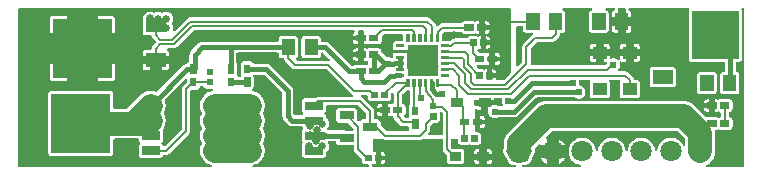
<source format=gtl>
G04 Layer: TopLayer*
G04 EasyEDA v6.5.1, 2022-03-31 19:18:02*
G04 fb237d5051ec4c31b6b5e7a524a6c443,10*
G04 Gerber Generator version 0.2*
G04 Scale: 100 percent, Rotated: No, Reflected: No *
G04 Dimensions in millimeters *
G04 leading zeros omitted , absolute positions ,4 integer and 5 decimal *
%FSLAX45Y45*%
%MOMM*%

%ADD11C,0.2000*%
%ADD12C,0.4000*%
%ADD13C,2.0000*%
%ADD14C,0.6500*%
%ADD15C,0.6096*%
%ADD17R,1.2000X1.0000*%
%ADD18R,1.5250X0.7000*%
%ADD19R,1.2500X0.7000*%
%ADD20R,1.7010X1.2075*%
%ADD26R,0.5400X0.7901*%
%ADD29R,0.5400X0.5657*%
%ADD31C,1.8000*%

%LPD*%
G36*
X4052824Y-515010D02*
G01*
X4048912Y-514248D01*
X4045610Y-512064D01*
X4043426Y-508762D01*
X4042664Y-504901D01*
X4041800Y-185775D01*
X4042562Y-181914D01*
X4044797Y-178612D01*
X4048099Y-176377D01*
X4051960Y-175615D01*
X4090568Y-175615D01*
X4094479Y-176377D01*
X4097782Y-178562D01*
X4099966Y-181864D01*
X4100728Y-185775D01*
X4100728Y-207975D01*
X4101439Y-214325D01*
X4103370Y-219760D01*
X4106418Y-224688D01*
X4110532Y-228752D01*
X4115409Y-231851D01*
X4120896Y-233730D01*
X4127195Y-234442D01*
X4173728Y-234442D01*
X4177741Y-235305D01*
X4181094Y-237642D01*
X4183227Y-241096D01*
X4183837Y-245160D01*
X4182821Y-249123D01*
X4180332Y-252323D01*
X4178046Y-254304D01*
X4102506Y-329844D01*
X4097426Y-336092D01*
X4094022Y-342747D01*
X4092041Y-350113D01*
X4091584Y-356006D01*
X4091584Y-476199D01*
X4090822Y-480110D01*
X4088637Y-483412D01*
X4059986Y-512013D01*
X4056684Y-514248D01*
G37*

%LPD*%
G36*
X3201212Y-603453D02*
G01*
X3195929Y-602183D01*
X3190138Y-601522D01*
X3186582Y-600456D01*
X3183686Y-598220D01*
X3181756Y-595071D01*
X3181096Y-591464D01*
X3181096Y-540004D01*
X3129635Y-540004D01*
X3126028Y-539343D01*
X3122879Y-537413D01*
X3120644Y-534517D01*
X3119577Y-530961D01*
X3118916Y-525170D01*
X3117646Y-519887D01*
X3118916Y-514654D01*
X3119628Y-508355D01*
X3119628Y-481482D01*
X3118916Y-475132D01*
X3117646Y-469900D01*
X3118916Y-464667D01*
X3119628Y-458317D01*
X3119628Y-431444D01*
X3118916Y-425145D01*
X3116986Y-419709D01*
X3114294Y-415340D01*
X3112820Y-411327D01*
X3113024Y-408228D01*
X3108452Y-408228D01*
X3105099Y-407670D01*
X3099460Y-405688D01*
X3093161Y-404977D01*
X3089198Y-403656D01*
X3086049Y-400862D01*
X3084372Y-397002D01*
X3084372Y-392785D01*
X3086049Y-388975D01*
X3089198Y-386130D01*
X3093161Y-384810D01*
X3099460Y-384098D01*
X3105099Y-382117D01*
X3108452Y-381558D01*
X3129788Y-381558D01*
X3133648Y-382320D01*
X3136950Y-384505D01*
X3139135Y-387807D01*
X3139948Y-391718D01*
X3139948Y-398068D01*
X3139592Y-399796D01*
X3181096Y-399796D01*
X3181096Y-348335D01*
X3181756Y-344728D01*
X3183686Y-341579D01*
X3186582Y-339344D01*
X3190138Y-338277D01*
X3195929Y-337616D01*
X3201212Y-336346D01*
X3206445Y-337616D01*
X3212744Y-338328D01*
X3239617Y-338328D01*
X3245967Y-337616D01*
X3251200Y-336346D01*
X3256432Y-337616D01*
X3262782Y-338328D01*
X3289655Y-338328D01*
X3295954Y-337616D01*
X3301187Y-336346D01*
X3306470Y-337616D01*
X3312261Y-338277D01*
X3315817Y-339344D01*
X3318713Y-341579D01*
X3320643Y-344728D01*
X3321304Y-348335D01*
X3321304Y-399796D01*
X3372764Y-399796D01*
X3376371Y-400456D01*
X3379520Y-402386D01*
X3381756Y-405282D01*
X3382822Y-408838D01*
X3383483Y-414629D01*
X3384753Y-419912D01*
X3383483Y-425145D01*
X3382772Y-431444D01*
X3382772Y-458317D01*
X3383483Y-464667D01*
X3384753Y-469900D01*
X3383483Y-475132D01*
X3382772Y-481482D01*
X3382772Y-508355D01*
X3383483Y-514654D01*
X3384753Y-519887D01*
X3383483Y-525170D01*
X3382822Y-530961D01*
X3381756Y-534517D01*
X3379520Y-537413D01*
X3376371Y-539343D01*
X3372764Y-540004D01*
X3321304Y-540004D01*
X3321304Y-591464D01*
X3320643Y-595071D01*
X3318713Y-598220D01*
X3315817Y-600456D01*
X3312261Y-601522D01*
X3306470Y-602183D01*
X3301187Y-603453D01*
X3295954Y-602183D01*
X3289655Y-601472D01*
X3262782Y-601472D01*
X3256432Y-602183D01*
X3254552Y-602843D01*
X3251200Y-603453D01*
X3245967Y-602183D01*
X3239617Y-601472D01*
X3212744Y-601472D01*
X3206445Y-602183D01*
G37*

%LPD*%
G36*
X2169515Y-931976D02*
G01*
X2165654Y-931214D01*
X2162352Y-929030D01*
X2157069Y-923747D01*
X2154885Y-920445D01*
X2154123Y-916584D01*
X2154072Y-722122D01*
X2152853Y-713384D01*
X2150160Y-705358D01*
X2146046Y-697992D01*
X2140305Y-691083D01*
X1957882Y-508711D01*
X1950821Y-503377D01*
X1943252Y-499618D01*
X1935124Y-497332D01*
X1926234Y-496468D01*
X1824228Y-496468D01*
X1820875Y-495909D01*
X1817878Y-494284D01*
X1815642Y-491743D01*
X1812493Y-486765D01*
X1808429Y-482701D01*
X1803501Y-479602D01*
X1798066Y-477672D01*
X1791716Y-476961D01*
X1738884Y-476961D01*
X1732534Y-477672D01*
X1727098Y-479602D01*
X1722170Y-482701D01*
X1718106Y-486765D01*
X1715007Y-491693D01*
X1713128Y-497128D01*
X1712417Y-503478D01*
X1712417Y-581304D01*
X1713128Y-587654D01*
X1714601Y-591972D01*
X1715160Y-595782D01*
X1714296Y-599541D01*
X1712061Y-602691D01*
X1708810Y-604774D01*
X1705051Y-605485D01*
X1685848Y-605485D01*
X1682089Y-604774D01*
X1678838Y-602691D01*
X1676603Y-599541D01*
X1675739Y-595782D01*
X1676298Y-591972D01*
X1677771Y-587654D01*
X1678533Y-581304D01*
X1678533Y-503478D01*
X1677771Y-497128D01*
X1675892Y-491693D01*
X1673250Y-487426D01*
X1672082Y-484835D01*
X1671675Y-482041D01*
X1671878Y-411632D01*
X1672640Y-407771D01*
X1674825Y-404469D01*
X1678127Y-402285D01*
X1682038Y-401523D01*
X2020468Y-401523D01*
X2024380Y-402285D01*
X2027682Y-404469D01*
X2029866Y-407771D01*
X2030628Y-411683D01*
X2030628Y-423875D01*
X2031339Y-430225D01*
X2033270Y-435660D01*
X2036318Y-440588D01*
X2040432Y-444652D01*
X2045309Y-447751D01*
X2050796Y-449630D01*
X2057095Y-450342D01*
X2068575Y-450342D01*
X2072741Y-451256D01*
X2076145Y-453745D01*
X2078278Y-457403D01*
X2080412Y-464058D01*
X2084222Y-470662D01*
X2088083Y-475132D01*
X2145944Y-532993D01*
X2152192Y-538073D01*
X2158847Y-541477D01*
X2166213Y-543458D01*
X2172106Y-543915D01*
X2431999Y-543915D01*
X2435910Y-544677D01*
X2439212Y-546862D01*
X2641244Y-748893D01*
X2647492Y-753973D01*
X2654757Y-757682D01*
X2658211Y-760526D01*
X2660091Y-764641D01*
X2660040Y-769112D01*
X2658059Y-773125D01*
X2654503Y-775919D01*
X2650134Y-776884D01*
X2367229Y-776884D01*
X2359253Y-777748D01*
X2352090Y-780034D01*
X2345537Y-783844D01*
X2341219Y-787552D01*
X2338120Y-789381D01*
X2334615Y-789990D01*
X2252929Y-789990D01*
X2246579Y-790702D01*
X2241143Y-792632D01*
X2236216Y-795680D01*
X2232152Y-799795D01*
X2229053Y-804672D01*
X2227173Y-810158D01*
X2226411Y-816457D01*
X2226411Y-885342D01*
X2227173Y-891641D01*
X2229053Y-897128D01*
X2232101Y-901953D01*
X2237435Y-907135D01*
X2239670Y-910437D01*
X2240483Y-914400D01*
X2239670Y-918362D01*
X2237435Y-921664D01*
X2231847Y-927252D01*
X2229612Y-929792D01*
X2226614Y-931418D01*
X2223262Y-931976D01*
G37*

%LPD*%
G36*
X3105200Y-954684D02*
G01*
X3101289Y-953922D01*
X3097987Y-951737D01*
X3095752Y-949452D01*
X3093516Y-946150D01*
X3092754Y-942289D01*
X3093516Y-938377D01*
X3095752Y-935075D01*
X3098698Y-932129D01*
X3101797Y-927201D01*
X3103727Y-921766D01*
X3104438Y-915416D01*
X3104438Y-862584D01*
X3103727Y-856234D01*
X3101797Y-850798D01*
X3098698Y-845870D01*
X3094634Y-841806D01*
X3089706Y-838708D01*
X3080410Y-835710D01*
X3077514Y-833424D01*
X3075584Y-830275D01*
X3074924Y-826668D01*
X3074924Y-766927D01*
X3075686Y-763066D01*
X3077870Y-759764D01*
X3114852Y-722782D01*
X3118154Y-720598D01*
X3122066Y-719785D01*
X3130143Y-719785D01*
X3134004Y-720598D01*
X3137306Y-722782D01*
X3139490Y-726084D01*
X3140303Y-729945D01*
X3140303Y-839774D01*
X3139897Y-842619D01*
X3137408Y-847293D01*
X3135528Y-852728D01*
X3134817Y-859078D01*
X3134817Y-936904D01*
X3135528Y-943406D01*
X3135122Y-947623D01*
X3132988Y-951280D01*
X3129584Y-953820D01*
X3125419Y-954684D01*
G37*

%LPD*%
G36*
X2606598Y-1062786D02*
G01*
X2603804Y-1062380D01*
X2594711Y-1059840D01*
X2585821Y-1058976D01*
X2452065Y-1058976D01*
X2448915Y-1058468D01*
X2445359Y-1056487D01*
X2442565Y-1053287D01*
X2441295Y-1049223D01*
X2441854Y-1044956D01*
X2444089Y-1041298D01*
X2445156Y-1040180D01*
X2450744Y-1031951D01*
X2454808Y-1022959D01*
X2457297Y-1013358D01*
X2458161Y-1003503D01*
X2457297Y-993648D01*
X2454808Y-984046D01*
X2450744Y-975055D01*
X2445156Y-966825D01*
X2438349Y-959662D01*
X2434894Y-957122D01*
X2432659Y-954887D01*
X2431237Y-952093D01*
X2430729Y-948944D01*
X2430729Y-943457D01*
X2430018Y-937158D01*
X2428138Y-931671D01*
X2425090Y-926846D01*
X2419756Y-921664D01*
X2417521Y-918362D01*
X2416708Y-914400D01*
X2417521Y-910437D01*
X2419756Y-907135D01*
X2425090Y-901953D01*
X2428138Y-897128D01*
X2430018Y-891641D01*
X2430729Y-885342D01*
X2430729Y-858875D01*
X2431542Y-854964D01*
X2433726Y-851662D01*
X2437028Y-849477D01*
X2440940Y-848715D01*
X2698699Y-848715D01*
X2702610Y-849477D01*
X2705912Y-851662D01*
X2766212Y-912012D01*
X2768396Y-915314D01*
X2769209Y-919175D01*
X2769209Y-957630D01*
X2768396Y-961542D01*
X2766212Y-964793D01*
X2762910Y-967028D01*
X2759049Y-967790D01*
X2743149Y-967790D01*
X2736850Y-968502D01*
X2731363Y-970432D01*
X2726486Y-973480D01*
X2722372Y-977595D01*
X2720441Y-980694D01*
X2718003Y-983386D01*
X2714752Y-985012D01*
X2711145Y-985418D01*
X2707640Y-984554D01*
X2704642Y-982471D01*
X2696514Y-974293D01*
X2694279Y-970991D01*
X2693517Y-967130D01*
X2693517Y-899261D01*
X2692806Y-892962D01*
X2690876Y-887476D01*
X2687828Y-882599D01*
X2683713Y-878484D01*
X2678836Y-875436D01*
X2673350Y-873506D01*
X2667050Y-872794D01*
X2543200Y-872794D01*
X2536850Y-873506D01*
X2531414Y-875436D01*
X2526487Y-878484D01*
X2522423Y-882599D01*
X2519324Y-887476D01*
X2517394Y-892962D01*
X2516682Y-899261D01*
X2516682Y-968146D01*
X2517394Y-974445D01*
X2519324Y-979932D01*
X2522423Y-984808D01*
X2526487Y-988923D01*
X2531414Y-991971D01*
X2536850Y-993902D01*
X2543200Y-994613D01*
X2611018Y-994613D01*
X2614879Y-995375D01*
X2618181Y-997559D01*
X2666085Y-1045464D01*
X2668270Y-1048766D01*
X2669032Y-1052626D01*
X2668270Y-1056538D01*
X2666085Y-1059840D01*
X2662783Y-1062024D01*
X2658872Y-1062786D01*
G37*

%LPD*%
G36*
X2952800Y-1068984D02*
G01*
X2948889Y-1068222D01*
X2945587Y-1066038D01*
X2896463Y-1016914D01*
X2894279Y-1013612D01*
X2893517Y-1009700D01*
X2893517Y-994257D01*
X2892806Y-987958D01*
X2890875Y-982471D01*
X2887776Y-977595D01*
X2883712Y-973480D01*
X2878785Y-970432D01*
X2873349Y-968502D01*
X2866999Y-967790D01*
X2851150Y-967790D01*
X2847289Y-967028D01*
X2843987Y-964793D01*
X2841802Y-961542D01*
X2840990Y-957630D01*
X2840990Y-900633D01*
X2840177Y-892657D01*
X2837840Y-885494D01*
X2834030Y-878890D01*
X2830220Y-874420D01*
X2743555Y-787806D01*
X2737307Y-782726D01*
X2730042Y-779018D01*
X2726588Y-776173D01*
X2724708Y-772058D01*
X2724759Y-767588D01*
X2726740Y-763574D01*
X2730296Y-760780D01*
X2734665Y-759815D01*
X2775254Y-759815D01*
X2779166Y-760577D01*
X2782468Y-762762D01*
X2784652Y-766064D01*
X2785414Y-769975D01*
X2785414Y-788416D01*
X2786126Y-794766D01*
X2788056Y-800201D01*
X2791155Y-805129D01*
X2795219Y-809193D01*
X2800146Y-812292D01*
X2805582Y-814171D01*
X2811881Y-814933D01*
X2867355Y-814933D01*
X2873654Y-814171D01*
X2879547Y-812139D01*
X2882900Y-811580D01*
X2886252Y-812139D01*
X2892145Y-814171D01*
X2898444Y-814933D01*
X2953918Y-814933D01*
X2960217Y-814171D01*
X2965653Y-812292D01*
X2970580Y-809193D01*
X2974644Y-805129D01*
X2977743Y-800201D01*
X2979674Y-794766D01*
X2980385Y-788416D01*
X2980385Y-757631D01*
X2981147Y-753719D01*
X2983331Y-750417D01*
X2985770Y-748030D01*
X2989072Y-745845D01*
X2992932Y-745032D01*
X2996844Y-745845D01*
X3000146Y-748030D01*
X3002330Y-751332D01*
X3003092Y-755192D01*
X3003092Y-826668D01*
X3002432Y-830275D01*
X3000502Y-833424D01*
X2997606Y-835710D01*
X2987852Y-838860D01*
X2984500Y-839419D01*
X2981147Y-838860D01*
X2975254Y-836828D01*
X2968904Y-836117D01*
X2956102Y-836117D01*
X2956102Y-869137D01*
X2963418Y-869137D01*
X2967329Y-869899D01*
X2970631Y-872134D01*
X2972816Y-875436D01*
X2973578Y-879297D01*
X2973578Y-898702D01*
X2972816Y-902563D01*
X2970631Y-905865D01*
X2967329Y-908100D01*
X2963418Y-908862D01*
X2956102Y-908862D01*
X2956102Y-941933D01*
X2968904Y-941933D01*
X2975254Y-941171D01*
X2981147Y-939139D01*
X2984500Y-938580D01*
X2987852Y-939139D01*
X2998978Y-942746D01*
X3002178Y-945794D01*
X3006242Y-958087D01*
X3010052Y-964692D01*
X3013913Y-969162D01*
X3060344Y-1015593D01*
X3066592Y-1020673D01*
X3073247Y-1024077D01*
X3080613Y-1026058D01*
X3086506Y-1026515D01*
X3124657Y-1026515D01*
X3128518Y-1027277D01*
X3131820Y-1029462D01*
X3134004Y-1032764D01*
X3134817Y-1036675D01*
X3134817Y-1045921D01*
X3135528Y-1052271D01*
X3136646Y-1055471D01*
X3137204Y-1059281D01*
X3136290Y-1063040D01*
X3134055Y-1066190D01*
X3130804Y-1068273D01*
X3127044Y-1068984D01*
G37*

%LPC*%
G36*
X2891078Y-941933D02*
G01*
X2903880Y-941933D01*
X2903880Y-908862D01*
X2864561Y-908862D01*
X2864561Y-915416D01*
X2865272Y-921766D01*
X2867202Y-927201D01*
X2870301Y-932129D01*
X2874365Y-936193D01*
X2879293Y-939292D01*
X2884728Y-941171D01*
G37*
G36*
X2864561Y-869137D02*
G01*
X2903880Y-869137D01*
X2903880Y-836117D01*
X2891078Y-836117D01*
X2884728Y-836828D01*
X2879293Y-838708D01*
X2874365Y-841806D01*
X2870301Y-845870D01*
X2867202Y-850798D01*
X2865272Y-856234D01*
X2864561Y-862584D01*
G37*

%LPD*%
G36*
X3301593Y-1104392D02*
G01*
X3297732Y-1103630D01*
X3294430Y-1101394D01*
X3292246Y-1098143D01*
X3291433Y-1094232D01*
X3292246Y-1090320D01*
X3294430Y-1087069D01*
X3301593Y-1079855D01*
X3306673Y-1073607D01*
X3310077Y-1066952D01*
X3312058Y-1059586D01*
X3312515Y-1053693D01*
X3312515Y-1027480D01*
X3313277Y-1023569D01*
X3315462Y-1020267D01*
X3333597Y-1002131D01*
X3336899Y-999947D01*
X3340811Y-999185D01*
X3366515Y-999185D01*
X3372865Y-998474D01*
X3378301Y-996543D01*
X3383229Y-993444D01*
X3387293Y-989380D01*
X3390392Y-984453D01*
X3392271Y-979017D01*
X3392982Y-972718D01*
X3392982Y-917244D01*
X3393338Y-912469D01*
X3395319Y-908862D01*
X3398621Y-906322D01*
X3402634Y-905306D01*
X3406749Y-906018D01*
X3410204Y-908303D01*
X3415537Y-913587D01*
X3417722Y-916889D01*
X3418484Y-920800D01*
X3418484Y-1094232D01*
X3417722Y-1098143D01*
X3415537Y-1101394D01*
X3412236Y-1103630D01*
X3408324Y-1104392D01*
G37*

%LPD*%
G36*
X1058367Y-1195984D02*
G01*
X1054303Y-1195120D01*
X1050899Y-1192733D01*
X1048766Y-1189177D01*
X1047546Y-1185672D01*
X1044498Y-1180846D01*
X1039164Y-1175664D01*
X1036929Y-1172362D01*
X1036116Y-1168400D01*
X1036929Y-1164437D01*
X1039164Y-1161135D01*
X1044498Y-1155954D01*
X1047546Y-1151128D01*
X1049426Y-1145641D01*
X1050188Y-1139342D01*
X1050188Y-1070457D01*
X1049426Y-1064158D01*
X1048359Y-1061059D01*
X1047800Y-1057910D01*
X1048207Y-1054760D01*
X1049578Y-1051915D01*
X1055725Y-1043025D01*
X1062786Y-1029563D01*
X1068171Y-1015339D01*
X1071829Y-1000607D01*
X1073658Y-985519D01*
X1073658Y-970280D01*
X1071829Y-955192D01*
X1068171Y-940460D01*
X1062786Y-926236D01*
X1059078Y-919124D01*
X1058011Y-916025D01*
X1058011Y-912774D01*
X1059078Y-909675D01*
X1062786Y-902563D01*
X1068171Y-888339D01*
X1071829Y-873607D01*
X1073658Y-858519D01*
X1073658Y-843280D01*
X1071829Y-828192D01*
X1068171Y-813460D01*
X1065631Y-806653D01*
X1064971Y-802894D01*
X1065784Y-799084D01*
X1067917Y-795883D01*
X1237843Y-625957D01*
X1241145Y-623773D01*
X1245057Y-623011D01*
X1248918Y-623773D01*
X1252220Y-625957D01*
X1254404Y-629259D01*
X1255217Y-633171D01*
X1255217Y-649325D01*
X1254404Y-653237D01*
X1252220Y-656488D01*
X1219606Y-689152D01*
X1214526Y-695401D01*
X1211122Y-702056D01*
X1209141Y-709422D01*
X1208684Y-715314D01*
X1208684Y-1047699D01*
X1207922Y-1051610D01*
X1205738Y-1054912D01*
X1067612Y-1193038D01*
X1064310Y-1195222D01*
X1060399Y-1195984D01*
G37*

%LPD*%
G36*
X1819046Y-1374089D02*
G01*
X1815033Y-1373276D01*
X1811629Y-1370939D01*
X1809496Y-1367434D01*
X1808886Y-1363421D01*
X1809902Y-1359458D01*
X1812442Y-1356207D01*
X1815998Y-1354226D01*
X1830832Y-1349603D01*
X1844700Y-1343355D01*
X1857705Y-1335481D01*
X1869693Y-1326134D01*
X1880412Y-1315364D01*
X1889810Y-1303426D01*
X1897684Y-1290421D01*
X1903933Y-1276553D01*
X1908454Y-1262024D01*
X1911197Y-1247089D01*
X1912112Y-1231900D01*
X1911197Y-1216710D01*
X1908454Y-1201775D01*
X1903933Y-1187246D01*
X1897278Y-1172565D01*
X1896364Y-1168400D01*
X1897278Y-1164234D01*
X1903933Y-1149553D01*
X1908454Y-1135024D01*
X1911197Y-1120089D01*
X1912112Y-1104900D01*
X1911197Y-1089710D01*
X1908454Y-1074775D01*
X1903933Y-1060246D01*
X1897278Y-1045565D01*
X1896364Y-1041400D01*
X1897278Y-1037234D01*
X1903933Y-1022553D01*
X1908454Y-1008024D01*
X1911197Y-993089D01*
X1912112Y-977900D01*
X1911197Y-962710D01*
X1908454Y-947775D01*
X1903933Y-933246D01*
X1897278Y-918565D01*
X1896364Y-914400D01*
X1897278Y-910234D01*
X1903933Y-895553D01*
X1908454Y-881024D01*
X1911197Y-866089D01*
X1912112Y-850900D01*
X1911197Y-835710D01*
X1908454Y-820775D01*
X1903933Y-806246D01*
X1897684Y-792378D01*
X1889810Y-779373D01*
X1880412Y-767435D01*
X1869693Y-756666D01*
X1857705Y-747318D01*
X1844700Y-739444D01*
X1830832Y-733196D01*
X1816354Y-728675D01*
X1813864Y-728218D01*
X1809800Y-726490D01*
X1806854Y-723239D01*
X1805533Y-719074D01*
X1806143Y-714756D01*
X1808480Y-711047D01*
X1812493Y-707034D01*
X1815592Y-702106D01*
X1817471Y-696671D01*
X1818233Y-690321D01*
X1818233Y-612495D01*
X1817471Y-606145D01*
X1815998Y-601827D01*
X1815439Y-598017D01*
X1816303Y-594258D01*
X1818538Y-591108D01*
X1821789Y-589026D01*
X1825548Y-588314D01*
X1903475Y-588314D01*
X1907336Y-589076D01*
X1910638Y-591261D01*
X2059330Y-739952D01*
X2061514Y-743254D01*
X2062276Y-747115D01*
X2062327Y-941578D01*
X2063546Y-950315D01*
X2066239Y-958342D01*
X2070354Y-965708D01*
X2076094Y-972616D01*
X2115108Y-1011580D01*
X2122170Y-1016914D01*
X2129739Y-1020673D01*
X2137867Y-1022959D01*
X2146757Y-1023823D01*
X2223262Y-1023823D01*
X2227630Y-1024788D01*
X2231186Y-1027633D01*
X2234641Y-1032459D01*
X2237232Y-1040485D01*
X2237841Y-1044244D01*
X2236978Y-1047953D01*
X2234844Y-1051052D01*
X2232152Y-1053795D01*
X2229053Y-1058672D01*
X2227173Y-1064158D01*
X2226411Y-1070457D01*
X2226411Y-1139342D01*
X2227173Y-1145641D01*
X2229053Y-1151026D01*
X2233015Y-1157224D01*
X2234438Y-1160576D01*
X2234539Y-1164234D01*
X2233371Y-1167688D01*
X2231898Y-1170279D01*
X2228646Y-1179626D01*
X2226970Y-1189380D01*
X2226868Y-1193495D01*
X2226411Y-1197457D01*
X2226411Y-1266342D01*
X2227173Y-1272641D01*
X2229053Y-1278128D01*
X2232152Y-1283004D01*
X2236216Y-1287119D01*
X2241143Y-1290167D01*
X2246579Y-1292098D01*
X2252929Y-1292809D01*
X2404262Y-1292809D01*
X2410612Y-1292098D01*
X2416048Y-1290167D01*
X2420975Y-1287119D01*
X2425039Y-1283004D01*
X2428138Y-1278128D01*
X2430018Y-1272641D01*
X2430729Y-1266342D01*
X2430729Y-1249730D01*
X2431237Y-1246632D01*
X2432659Y-1243838D01*
X2436520Y-1240383D01*
X2443378Y-1233220D01*
X2448915Y-1224991D01*
X2452979Y-1215999D01*
X2455519Y-1206398D01*
X2456332Y-1196543D01*
X2455519Y-1186688D01*
X2452979Y-1177086D01*
X2448915Y-1168095D01*
X2447950Y-1166672D01*
X2446375Y-1162608D01*
X2446578Y-1158240D01*
X2448661Y-1154379D01*
X2452116Y-1151737D01*
X2456383Y-1150823D01*
X2506776Y-1150823D01*
X2510434Y-1151483D01*
X2513584Y-1153414D01*
X2515819Y-1156309D01*
X2516886Y-1159814D01*
X2517394Y-1164437D01*
X2519324Y-1169924D01*
X2522423Y-1174800D01*
X2526487Y-1178915D01*
X2531414Y-1181963D01*
X2536850Y-1183894D01*
X2543200Y-1184605D01*
X2659024Y-1184605D01*
X2662936Y-1185367D01*
X2666238Y-1187602D01*
X2668422Y-1190904D01*
X2669184Y-1194765D01*
X2669184Y-1218692D01*
X2670048Y-1226667D01*
X2672334Y-1233779D01*
X2676144Y-1240383D01*
X2680004Y-1244854D01*
X2731668Y-1296517D01*
X2733852Y-1299819D01*
X2734614Y-1303731D01*
X2734614Y-1321816D01*
X2735326Y-1328166D01*
X2737256Y-1333601D01*
X2740355Y-1338529D01*
X2744419Y-1342593D01*
X2749346Y-1345692D01*
X2754782Y-1347571D01*
X2761081Y-1348333D01*
X2785110Y-1348333D01*
X2789123Y-1349146D01*
X2792476Y-1351432D01*
X2794660Y-1354937D01*
X2795270Y-1358950D01*
X2795016Y-1364437D01*
X2794101Y-1368145D01*
X2791866Y-1371295D01*
X2788666Y-1373378D01*
X2784856Y-1374089D01*
G37*

%LPD*%
G36*
X-163931Y-1374089D02*
G01*
X-167843Y-1373327D01*
X-171094Y-1371142D01*
X-173329Y-1367840D01*
X-174091Y-1363929D01*
X-174091Y-36068D01*
X-173329Y-32156D01*
X-171094Y-28905D01*
X-167843Y-26670D01*
X-163931Y-25908D01*
X3983990Y-25908D01*
X3987901Y-26670D01*
X3991152Y-28905D01*
X3993387Y-32156D01*
X3994150Y-36068D01*
X3994150Y-573684D01*
X3993387Y-577545D01*
X3991152Y-580847D01*
X3937812Y-634238D01*
X3934510Y-636422D01*
X3930599Y-637184D01*
X3879189Y-637184D01*
X3875024Y-636320D01*
X3871620Y-633780D01*
X3869486Y-630123D01*
X3869080Y-625906D01*
X3869385Y-623316D01*
X3869385Y-616762D01*
X3835654Y-616762D01*
X3835654Y-627024D01*
X3834892Y-630936D01*
X3832707Y-634238D01*
X3829405Y-636422D01*
X3825494Y-637184D01*
X3804869Y-637184D01*
X3800957Y-636422D01*
X3797655Y-634238D01*
X3795471Y-630936D01*
X3794709Y-627024D01*
X3794709Y-616762D01*
X3792982Y-616762D01*
X3789070Y-616000D01*
X3785768Y-613765D01*
X3783584Y-610463D01*
X3782822Y-606602D01*
X3782822Y-587197D01*
X3783584Y-583336D01*
X3785768Y-580034D01*
X3789070Y-577799D01*
X3792982Y-577037D01*
X3794709Y-577037D01*
X3794709Y-544017D01*
X3787444Y-544017D01*
X3781145Y-544728D01*
X3775252Y-546760D01*
X3771900Y-547319D01*
X3768547Y-546760D01*
X3762654Y-544728D01*
X3756355Y-544017D01*
X3730701Y-544017D01*
X3726789Y-543204D01*
X3723538Y-541020D01*
X3709974Y-527456D01*
X3707739Y-524154D01*
X3706977Y-520293D01*
X3707739Y-516382D01*
X3709974Y-513080D01*
X3713226Y-510895D01*
X3717137Y-510133D01*
X3769004Y-510133D01*
X3775354Y-509371D01*
X3781247Y-507339D01*
X3784600Y-506780D01*
X3787952Y-507339D01*
X3793845Y-509371D01*
X3800195Y-510133D01*
X3812997Y-510133D01*
X3812997Y-477062D01*
X3805682Y-477062D01*
X3801770Y-476300D01*
X3798468Y-474065D01*
X3796284Y-470763D01*
X3795522Y-466902D01*
X3795522Y-447497D01*
X3796284Y-443636D01*
X3798468Y-440334D01*
X3801770Y-438099D01*
X3805682Y-437337D01*
X3812997Y-437337D01*
X3812997Y-404317D01*
X3800195Y-404317D01*
X3793845Y-405028D01*
X3787952Y-407060D01*
X3784600Y-407619D01*
X3781247Y-407060D01*
X3775354Y-405028D01*
X3769004Y-404317D01*
X3732174Y-404317D01*
X3728262Y-403504D01*
X3725011Y-401320D01*
X3716680Y-393039D01*
X3714496Y-389737D01*
X3713734Y-385826D01*
X3713734Y-378206D01*
X3714445Y-374396D01*
X3716528Y-371195D01*
X3719677Y-368960D01*
X3723436Y-368046D01*
X3727246Y-368604D01*
X3730345Y-369671D01*
X3736644Y-370433D01*
X3743909Y-370433D01*
X3743909Y-337362D01*
X3742182Y-337362D01*
X3738270Y-336600D01*
X3734968Y-334365D01*
X3732784Y-331063D01*
X3732022Y-327202D01*
X3732022Y-307797D01*
X3732784Y-303936D01*
X3734968Y-300634D01*
X3738270Y-298399D01*
X3742182Y-297637D01*
X3743909Y-297637D01*
X3743909Y-264617D01*
X3736644Y-264617D01*
X3730345Y-265328D01*
X3724452Y-267360D01*
X3721100Y-267919D01*
X3717747Y-267360D01*
X3711854Y-265328D01*
X3705555Y-264617D01*
X3650081Y-264617D01*
X3643782Y-265328D01*
X3638346Y-267208D01*
X3633419Y-270306D01*
X3629355Y-274370D01*
X3627780Y-276860D01*
X3625545Y-279400D01*
X3622548Y-281025D01*
X3619195Y-281584D01*
X3518408Y-281584D01*
X3510432Y-282448D01*
X3503320Y-284734D01*
X3496716Y-288544D01*
X3492246Y-292404D01*
X3482594Y-302056D01*
X3479292Y-304241D01*
X3475380Y-305003D01*
X3426256Y-305003D01*
X3422396Y-304241D01*
X3419094Y-302006D01*
X3416858Y-298704D01*
X3416096Y-294843D01*
X3416096Y-245719D01*
X3416858Y-241808D01*
X3419043Y-238506D01*
X3428187Y-229362D01*
X3431489Y-227177D01*
X3435400Y-226415D01*
X3571341Y-226415D01*
X3574694Y-226974D01*
X3577691Y-228600D01*
X3579926Y-231140D01*
X3581501Y-233629D01*
X3585565Y-237693D01*
X3590493Y-240792D01*
X3595928Y-242671D01*
X3602278Y-243433D01*
X3680104Y-243433D01*
X3686454Y-242671D01*
X3692347Y-240639D01*
X3695700Y-240080D01*
X3699052Y-240639D01*
X3704945Y-242671D01*
X3711295Y-243433D01*
X3724097Y-243433D01*
X3724097Y-210362D01*
X3716782Y-210362D01*
X3712870Y-209600D01*
X3709568Y-207365D01*
X3707384Y-204063D01*
X3706622Y-200202D01*
X3706622Y-180797D01*
X3707384Y-176936D01*
X3709568Y-173634D01*
X3712870Y-171399D01*
X3716782Y-170637D01*
X3724097Y-170637D01*
X3724097Y-137617D01*
X3711295Y-137617D01*
X3704945Y-138328D01*
X3699052Y-140360D01*
X3695700Y-140919D01*
X3692347Y-140360D01*
X3686454Y-138328D01*
X3680104Y-137617D01*
X3602278Y-137617D01*
X3595928Y-138328D01*
X3590493Y-140208D01*
X3585565Y-143306D01*
X3581501Y-147370D01*
X3579926Y-149860D01*
X3577691Y-152400D01*
X3574694Y-154025D01*
X3571341Y-154584D01*
X3416808Y-154584D01*
X3408832Y-155448D01*
X3401720Y-157734D01*
X3395116Y-161544D01*
X3390646Y-165404D01*
X3378708Y-177292D01*
X3375558Y-179425D01*
X3371900Y-180289D01*
X3368141Y-179679D01*
X3364839Y-177800D01*
X3362502Y-174802D01*
X3361436Y-171196D01*
X3361182Y-169062D01*
X3358896Y-161950D01*
X3355086Y-155346D01*
X3351225Y-150876D01*
X3315055Y-114706D01*
X3308807Y-109626D01*
X3302152Y-106222D01*
X3294786Y-104241D01*
X3288893Y-103784D01*
X1283208Y-103784D01*
X1275232Y-104648D01*
X1268120Y-106933D01*
X1261516Y-110744D01*
X1257046Y-114604D01*
X1151432Y-220217D01*
X1147724Y-222554D01*
X1143355Y-223113D01*
X1139190Y-221843D01*
X1135938Y-218897D01*
X1134262Y-214833D01*
X1134414Y-210464D01*
X1137056Y-200355D01*
X1137869Y-190500D01*
X1137056Y-180644D01*
X1134516Y-171043D01*
X1130452Y-162052D01*
X1127810Y-158089D01*
X1126236Y-154381D01*
X1126236Y-150418D01*
X1127810Y-146710D01*
X1130452Y-142748D01*
X1134516Y-133756D01*
X1137056Y-124155D01*
X1137869Y-114300D01*
X1137056Y-104444D01*
X1134516Y-94843D01*
X1130452Y-85852D01*
X1124915Y-77622D01*
X1118057Y-70459D01*
X1110081Y-64617D01*
X1101242Y-60147D01*
X1091793Y-57251D01*
X1081989Y-55981D01*
X1072083Y-56388D01*
X1062431Y-58470D01*
X1053236Y-62179D01*
X1050594Y-63804D01*
X1047394Y-65074D01*
X1043940Y-65227D01*
X1040688Y-64211D01*
X1032510Y-60096D01*
X1023061Y-57200D01*
X1013206Y-55981D01*
X1003350Y-56388D01*
X993648Y-58470D01*
X983996Y-62331D01*
X981151Y-63703D01*
X978204Y-64617D01*
X975106Y-64566D01*
X972210Y-63601D01*
X962558Y-58775D01*
X953109Y-55880D01*
X943305Y-54610D01*
X933399Y-55016D01*
X923747Y-57099D01*
X914552Y-60807D01*
X906119Y-65989D01*
X898652Y-72542D01*
X892454Y-80264D01*
X885952Y-92151D01*
X882243Y-98044D01*
X880364Y-103479D01*
X879652Y-109829D01*
X879652Y-229412D01*
X880364Y-235762D01*
X882243Y-241198D01*
X885342Y-246125D01*
X889457Y-250190D01*
X894334Y-253288D01*
X899820Y-255219D01*
X906119Y-255930D01*
X946353Y-255930D01*
X950468Y-256794D01*
X953922Y-259283D01*
X956005Y-262940D01*
X957834Y-268579D01*
X961644Y-275183D01*
X965504Y-279654D01*
X989787Y-303987D01*
X991971Y-307238D01*
X992784Y-311150D01*
X991971Y-315061D01*
X989787Y-318312D01*
X965606Y-342544D01*
X960526Y-348792D01*
X957122Y-355447D01*
X955141Y-362813D01*
X954684Y-369671D01*
X953719Y-373329D01*
X951433Y-376377D01*
X948232Y-378409D01*
X944524Y-379069D01*
X906119Y-379069D01*
X899820Y-379780D01*
X894334Y-381711D01*
X889457Y-384810D01*
X885342Y-388874D01*
X882243Y-393801D01*
X880364Y-399237D01*
X879652Y-405587D01*
X879652Y-428853D01*
X944524Y-428853D01*
X948436Y-429615D01*
X951737Y-431800D01*
X953922Y-435101D01*
X954684Y-439013D01*
X954684Y-464820D01*
X955548Y-472795D01*
X957834Y-479907D01*
X961593Y-486409D01*
X966622Y-491947D01*
X972667Y-496366D01*
X979525Y-499414D01*
X986840Y-500989D01*
X994359Y-500989D01*
X1001674Y-499414D01*
X1008532Y-496366D01*
X1014577Y-491947D01*
X1019606Y-486409D01*
X1023366Y-479907D01*
X1025652Y-472795D01*
X1026515Y-464820D01*
X1026515Y-439013D01*
X1027277Y-435101D01*
X1029462Y-431800D01*
X1032764Y-429615D01*
X1036675Y-428853D01*
X1101547Y-428853D01*
X1101547Y-405587D01*
X1100836Y-399237D01*
X1098956Y-393801D01*
X1095857Y-388874D01*
X1088745Y-381711D01*
X1087221Y-377698D01*
X1087526Y-373380D01*
X1089609Y-369620D01*
X1093063Y-367030D01*
X1097280Y-366115D01*
X1142492Y-366115D01*
X1150467Y-365252D01*
X1157579Y-362966D01*
X1164183Y-359156D01*
X1168654Y-355295D01*
X1307287Y-216662D01*
X1310589Y-214477D01*
X1314500Y-213715D01*
X2665323Y-213715D01*
X2669235Y-214477D01*
X2672537Y-216712D01*
X2674772Y-220065D01*
X2675483Y-223977D01*
X2674670Y-227888D01*
X2672384Y-231190D01*
X2667050Y-236372D01*
X2664002Y-241198D01*
X2662072Y-246634D01*
X2661361Y-252984D01*
X2661361Y-259537D01*
X2700680Y-259537D01*
X2700680Y-223875D01*
X2701442Y-219964D01*
X2703677Y-216662D01*
X2706979Y-214477D01*
X2710840Y-213715D01*
X2742742Y-213715D01*
X2746603Y-214477D01*
X2749905Y-216662D01*
X2752140Y-219964D01*
X2752902Y-223875D01*
X2752902Y-259537D01*
X2760218Y-259537D01*
X2764129Y-260299D01*
X2767431Y-262534D01*
X2769616Y-265836D01*
X2770378Y-269697D01*
X2770378Y-289102D01*
X2769616Y-292963D01*
X2767431Y-296265D01*
X2764129Y-298500D01*
X2760218Y-299262D01*
X2752902Y-299262D01*
X2752902Y-332333D01*
X2765704Y-332333D01*
X2772054Y-331571D01*
X2777947Y-329539D01*
X2781300Y-328980D01*
X2784652Y-329539D01*
X2790545Y-331571D01*
X2796895Y-332333D01*
X2874721Y-332333D01*
X2881071Y-331571D01*
X2886506Y-329692D01*
X2891434Y-326593D01*
X2895498Y-322529D01*
X2898597Y-317601D01*
X2900527Y-312166D01*
X2901238Y-305816D01*
X2901238Y-268986D01*
X2902000Y-265074D01*
X2904185Y-261772D01*
X2913938Y-252069D01*
X2917240Y-249885D01*
X2921101Y-249072D01*
X3076143Y-249072D01*
X3080004Y-249885D01*
X3083306Y-252069D01*
X3085541Y-255371D01*
X3086303Y-259232D01*
X3086303Y-294843D01*
X3085541Y-298704D01*
X3083306Y-302006D01*
X3080004Y-304241D01*
X3076143Y-305003D01*
X3027781Y-305003D01*
X3021431Y-305714D01*
X3015996Y-307594D01*
X3011068Y-310692D01*
X3007004Y-314807D01*
X3003905Y-319684D01*
X3002026Y-325170D01*
X3001314Y-331470D01*
X3001314Y-358343D01*
X3002026Y-364642D01*
X3003245Y-369874D01*
X3002026Y-375158D01*
X3001314Y-381558D01*
X3012440Y-381558D01*
X3015792Y-382117D01*
X3021431Y-384098D01*
X3027730Y-384810D01*
X3031744Y-386130D01*
X3034842Y-388975D01*
X3036519Y-392785D01*
X3036519Y-397002D01*
X3034842Y-400862D01*
X3031744Y-403656D01*
X3027730Y-404977D01*
X3021431Y-405688D01*
X3015792Y-407670D01*
X3012440Y-408228D01*
X3001314Y-408330D01*
X3002026Y-414629D01*
X3003245Y-419912D01*
X3002026Y-425145D01*
X3001314Y-431444D01*
X3001314Y-439013D01*
X3000349Y-443230D01*
X2997758Y-446684D01*
X2993999Y-448767D01*
X2989681Y-449072D01*
X2985617Y-447548D01*
X2984042Y-446532D01*
X2974949Y-442264D01*
X2965450Y-439724D01*
X2955696Y-438861D01*
X2948025Y-439521D01*
X2943656Y-438962D01*
X2939948Y-436626D01*
X2904185Y-400862D01*
X2902000Y-397560D01*
X2900527Y-386334D01*
X2898597Y-380898D01*
X2895498Y-375970D01*
X2891434Y-371906D01*
X2886506Y-368808D01*
X2881071Y-366928D01*
X2874721Y-366217D01*
X2796895Y-366217D01*
X2790545Y-366928D01*
X2784652Y-368960D01*
X2781300Y-369519D01*
X2777947Y-368960D01*
X2772054Y-366928D01*
X2765704Y-366217D01*
X2752902Y-366217D01*
X2752902Y-399237D01*
X2760218Y-399237D01*
X2764129Y-399999D01*
X2767431Y-402234D01*
X2769616Y-405536D01*
X2770378Y-409397D01*
X2770378Y-428802D01*
X2769616Y-432663D01*
X2767431Y-435965D01*
X2764129Y-438200D01*
X2760218Y-438962D01*
X2752902Y-438962D01*
X2752902Y-472033D01*
X2765704Y-472033D01*
X2772054Y-471271D01*
X2776372Y-469798D01*
X2780182Y-469239D01*
X2783941Y-470103D01*
X2787091Y-472338D01*
X2789174Y-475589D01*
X2789885Y-479348D01*
X2789885Y-498551D01*
X2789174Y-502310D01*
X2787091Y-505561D01*
X2783941Y-507796D01*
X2780182Y-508660D01*
X2776372Y-508101D01*
X2772054Y-506628D01*
X2765704Y-505917D01*
X2687878Y-505917D01*
X2681528Y-506628D01*
X2676093Y-508508D01*
X2671572Y-511352D01*
X2668981Y-512470D01*
X2666187Y-512876D01*
X2652115Y-512876D01*
X2648254Y-512114D01*
X2644952Y-509930D01*
X2456891Y-321919D01*
X2449830Y-316585D01*
X2442260Y-312826D01*
X2434132Y-310540D01*
X2425242Y-309676D01*
X2399131Y-309676D01*
X2395220Y-308914D01*
X2391918Y-306730D01*
X2389733Y-303428D01*
X2388971Y-299516D01*
X2388971Y-287324D01*
X2388260Y-280974D01*
X2386330Y-275539D01*
X2383282Y-270611D01*
X2379167Y-266547D01*
X2374290Y-263448D01*
X2368804Y-261569D01*
X2362504Y-260858D01*
X2250389Y-260858D01*
X2244039Y-261569D01*
X2238603Y-263448D01*
X2233676Y-266547D01*
X2229612Y-270611D01*
X2226513Y-275539D01*
X2224582Y-280974D01*
X2223871Y-287324D01*
X2223871Y-423875D01*
X2224582Y-430225D01*
X2226513Y-435660D01*
X2229612Y-440588D01*
X2233676Y-444652D01*
X2238603Y-447751D01*
X2244039Y-449630D01*
X2250389Y-450342D01*
X2362504Y-450342D01*
X2368804Y-449630D01*
X2374290Y-447751D01*
X2379167Y-444652D01*
X2383282Y-440588D01*
X2386330Y-435660D01*
X2388260Y-430225D01*
X2388971Y-423875D01*
X2388971Y-411683D01*
X2389733Y-407771D01*
X2391918Y-404469D01*
X2395220Y-402285D01*
X2399131Y-401523D01*
X2402484Y-401523D01*
X2406345Y-402285D01*
X2409647Y-404469D01*
X2460040Y-454863D01*
X2462326Y-458317D01*
X2463038Y-462330D01*
X2462123Y-466343D01*
X2459685Y-469646D01*
X2456129Y-471678D01*
X2450693Y-472084D01*
X2190800Y-472084D01*
X2186889Y-471322D01*
X2183587Y-469138D01*
X2178456Y-464007D01*
X2176424Y-461009D01*
X2175510Y-457504D01*
X2175916Y-453898D01*
X2177592Y-450646D01*
X2180234Y-448208D01*
X2185924Y-444652D01*
X2189988Y-440588D01*
X2193086Y-435660D01*
X2195017Y-430225D01*
X2195728Y-423875D01*
X2195728Y-287324D01*
X2195017Y-280974D01*
X2193086Y-275539D01*
X2189988Y-270611D01*
X2185924Y-266547D01*
X2180996Y-263448D01*
X2175560Y-261569D01*
X2169210Y-260858D01*
X2057095Y-260858D01*
X2050796Y-261569D01*
X2045309Y-263448D01*
X2040432Y-266547D01*
X2036318Y-270611D01*
X2033270Y-275539D01*
X2031339Y-280974D01*
X2030628Y-287324D01*
X2030628Y-299516D01*
X2029866Y-303428D01*
X2027682Y-306730D01*
X2024380Y-308914D01*
X2020468Y-309676D01*
X1382522Y-309727D01*
X1373784Y-310946D01*
X1365758Y-313639D01*
X1358392Y-317754D01*
X1351483Y-323494D01*
X1287119Y-387908D01*
X1281785Y-394970D01*
X1278026Y-402539D01*
X1275740Y-410667D01*
X1274876Y-419557D01*
X1274876Y-470865D01*
X1274318Y-474218D01*
X1272692Y-477164D01*
X1270152Y-479450D01*
X1264970Y-482701D01*
X1260906Y-486765D01*
X1257350Y-492455D01*
X1254302Y-495554D01*
X1250238Y-497078D01*
X1246073Y-497738D01*
X1237996Y-500430D01*
X1230579Y-504545D01*
X1223721Y-510285D01*
X1002995Y-730961D01*
X999794Y-733145D01*
X996035Y-733958D01*
X992225Y-733298D01*
X985469Y-730707D01*
X970686Y-727049D01*
X955598Y-725220D01*
X940409Y-725220D01*
X925321Y-727049D01*
X910539Y-730707D01*
X896315Y-736092D01*
X882853Y-743153D01*
X870356Y-751789D01*
X858774Y-762101D01*
X746404Y-874420D01*
X743102Y-876604D01*
X739241Y-877417D01*
X641654Y-877417D01*
X637794Y-876604D01*
X634492Y-874420D01*
X632256Y-871118D01*
X631494Y-867257D01*
X631494Y-753872D01*
X630783Y-747572D01*
X628904Y-742086D01*
X625805Y-737209D01*
X621690Y-733094D01*
X616813Y-729996D01*
X611327Y-728116D01*
X605028Y-727405D01*
X106172Y-727405D01*
X99872Y-728116D01*
X94386Y-729996D01*
X89509Y-733094D01*
X85394Y-737209D01*
X82296Y-742086D01*
X80416Y-747572D01*
X79705Y-753872D01*
X79705Y-1252728D01*
X80416Y-1259027D01*
X82296Y-1264513D01*
X85394Y-1269390D01*
X89509Y-1273505D01*
X94386Y-1276604D01*
X99872Y-1278483D01*
X106172Y-1279194D01*
X605028Y-1279194D01*
X611327Y-1278483D01*
X616813Y-1276604D01*
X621690Y-1273505D01*
X625805Y-1269390D01*
X628904Y-1264513D01*
X630783Y-1259027D01*
X631494Y-1252728D01*
X631494Y-1139393D01*
X632256Y-1135481D01*
X634492Y-1132179D01*
X637794Y-1129995D01*
X641654Y-1129233D01*
X835710Y-1129233D01*
X839317Y-1129893D01*
X842467Y-1131824D01*
X844753Y-1134770D01*
X845769Y-1138275D01*
X846582Y-1145692D01*
X848461Y-1151128D01*
X851509Y-1155954D01*
X856843Y-1161135D01*
X859078Y-1164437D01*
X859891Y-1168400D01*
X859078Y-1172362D01*
X856843Y-1175664D01*
X851509Y-1180846D01*
X848461Y-1185672D01*
X846582Y-1191158D01*
X845870Y-1197457D01*
X845870Y-1266342D01*
X846582Y-1272641D01*
X848461Y-1278128D01*
X851560Y-1283004D01*
X855624Y-1287119D01*
X860552Y-1290167D01*
X865987Y-1292098D01*
X872337Y-1292809D01*
X1023670Y-1292809D01*
X1030020Y-1292098D01*
X1035456Y-1290167D01*
X1040384Y-1287119D01*
X1044448Y-1283004D01*
X1047546Y-1278128D01*
X1048766Y-1274622D01*
X1050899Y-1271066D01*
X1054303Y-1268679D01*
X1058367Y-1267815D01*
X1078992Y-1267815D01*
X1086967Y-1266952D01*
X1094079Y-1264666D01*
X1100683Y-1260856D01*
X1105154Y-1256995D01*
X1269593Y-1092555D01*
X1274673Y-1086307D01*
X1278077Y-1079652D01*
X1280058Y-1072286D01*
X1280515Y-1066393D01*
X1280515Y-734009D01*
X1281277Y-730097D01*
X1283462Y-726795D01*
X1290472Y-719785D01*
X1293774Y-717600D01*
X1297686Y-716838D01*
X1334516Y-716838D01*
X1340866Y-716127D01*
X1346301Y-714197D01*
X1351229Y-711098D01*
X1355293Y-707034D01*
X1358392Y-702106D01*
X1361490Y-693216D01*
X1363776Y-690422D01*
X1366875Y-688594D01*
X1370431Y-687984D01*
X1389329Y-688136D01*
X1392682Y-688746D01*
X1395628Y-690372D01*
X1397863Y-692912D01*
X1400606Y-697280D01*
X1404670Y-701344D01*
X1409598Y-704443D01*
X1415034Y-706374D01*
X1421384Y-707085D01*
X1466291Y-707085D01*
X1470456Y-707948D01*
X1473860Y-710488D01*
X1475994Y-714197D01*
X1476349Y-718464D01*
X1474978Y-722477D01*
X1472031Y-725576D01*
X1468120Y-727202D01*
X1460246Y-728675D01*
X1445768Y-733196D01*
X1431899Y-739444D01*
X1418894Y-747268D01*
X1406906Y-756666D01*
X1396187Y-767435D01*
X1386789Y-779373D01*
X1378915Y-792378D01*
X1372666Y-806246D01*
X1368145Y-820775D01*
X1365402Y-835710D01*
X1364488Y-850900D01*
X1365402Y-866089D01*
X1368145Y-881024D01*
X1372666Y-895502D01*
X1379321Y-910183D01*
X1380236Y-914400D01*
X1379321Y-918565D01*
X1372666Y-933246D01*
X1368145Y-947775D01*
X1365402Y-962710D01*
X1364488Y-977900D01*
X1365402Y-993089D01*
X1368145Y-1008024D01*
X1372666Y-1022502D01*
X1379321Y-1037183D01*
X1380236Y-1041400D01*
X1379321Y-1045565D01*
X1372666Y-1060246D01*
X1368145Y-1074775D01*
X1365402Y-1089710D01*
X1364488Y-1104900D01*
X1365402Y-1120089D01*
X1368145Y-1135024D01*
X1372666Y-1149502D01*
X1379321Y-1164183D01*
X1380236Y-1168400D01*
X1379321Y-1172565D01*
X1372666Y-1187246D01*
X1368145Y-1201775D01*
X1365402Y-1216710D01*
X1364488Y-1231900D01*
X1365402Y-1247089D01*
X1368145Y-1262024D01*
X1372666Y-1276553D01*
X1378915Y-1290421D01*
X1386789Y-1303426D01*
X1396136Y-1315364D01*
X1406906Y-1326134D01*
X1418894Y-1335481D01*
X1431899Y-1343355D01*
X1445768Y-1349603D01*
X1460601Y-1354226D01*
X1464208Y-1356207D01*
X1466697Y-1359458D01*
X1467713Y-1363421D01*
X1467104Y-1367434D01*
X1464970Y-1370939D01*
X1461617Y-1373276D01*
X1457604Y-1374089D01*
G37*

%LPC*%
G36*
X118872Y-644194D02*
G01*
X236931Y-644194D01*
X236931Y-499668D01*
X92405Y-499668D01*
X92405Y-617728D01*
X93116Y-624027D01*
X94996Y-629513D01*
X98094Y-634390D01*
X102209Y-638505D01*
X107086Y-641604D01*
X112572Y-643483D01*
G37*
G36*
X499668Y-644194D02*
G01*
X617728Y-644194D01*
X624027Y-643483D01*
X629513Y-641604D01*
X634390Y-638505D01*
X638505Y-634390D01*
X641604Y-629513D01*
X643483Y-624027D01*
X644194Y-617728D01*
X644194Y-499668D01*
X499668Y-499668D01*
G37*
G36*
X3835654Y-577037D02*
G01*
X3869385Y-577037D01*
X3869385Y-570484D01*
X3868674Y-564134D01*
X3866743Y-558698D01*
X3863644Y-553770D01*
X3859580Y-549706D01*
X3854653Y-546608D01*
X3849217Y-544728D01*
X3842918Y-544017D01*
X3835654Y-544017D01*
G37*
G36*
X906119Y-551637D02*
G01*
X941730Y-551637D01*
X941730Y-501904D01*
X879652Y-501904D01*
X879652Y-525170D01*
X880364Y-531520D01*
X882243Y-536956D01*
X885342Y-541883D01*
X889457Y-545947D01*
X894334Y-549046D01*
X899820Y-550926D01*
G37*
G36*
X1039469Y-551637D02*
G01*
X1075080Y-551637D01*
X1081379Y-550926D01*
X1086866Y-549046D01*
X1091742Y-545947D01*
X1095857Y-541883D01*
X1098956Y-536956D01*
X1100836Y-531520D01*
X1101547Y-525170D01*
X1101547Y-501904D01*
X1039469Y-501904D01*
G37*
G36*
X3865219Y-510133D02*
G01*
X3878021Y-510133D01*
X3884371Y-509371D01*
X3889806Y-507492D01*
X3894734Y-504393D01*
X3898798Y-500329D01*
X3901897Y-495401D01*
X3903827Y-489966D01*
X3904538Y-483616D01*
X3904538Y-477062D01*
X3865219Y-477062D01*
G37*
G36*
X2687878Y-472033D02*
G01*
X2700680Y-472033D01*
X2700680Y-438962D01*
X2661361Y-438962D01*
X2661361Y-445516D01*
X2662072Y-451866D01*
X2664002Y-457301D01*
X2667101Y-462229D01*
X2671165Y-466293D01*
X2676093Y-469392D01*
X2681528Y-471271D01*
G37*
G36*
X3865219Y-437337D02*
G01*
X3904538Y-437337D01*
X3904538Y-430784D01*
X3903827Y-424434D01*
X3901897Y-418998D01*
X3898798Y-414070D01*
X3894734Y-410006D01*
X3889806Y-406908D01*
X3884371Y-405028D01*
X3878021Y-404317D01*
X3865219Y-404317D01*
G37*
G36*
X2661361Y-399237D02*
G01*
X2700680Y-399237D01*
X2700680Y-366217D01*
X2687878Y-366217D01*
X2681528Y-366928D01*
X2676093Y-368808D01*
X2671165Y-371906D01*
X2667101Y-375970D01*
X2664002Y-380898D01*
X2662072Y-386334D01*
X2661361Y-392684D01*
G37*
G36*
X3784854Y-370433D02*
G01*
X3792118Y-370433D01*
X3798417Y-369671D01*
X3803853Y-367792D01*
X3808780Y-364693D01*
X3812844Y-360629D01*
X3815943Y-355701D01*
X3817874Y-350266D01*
X3818585Y-343916D01*
X3818585Y-337362D01*
X3784854Y-337362D01*
G37*
G36*
X2687878Y-332333D02*
G01*
X2700680Y-332333D01*
X2700680Y-299262D01*
X2661361Y-299262D01*
X2661361Y-305816D01*
X2662072Y-312166D01*
X2664002Y-317601D01*
X2667101Y-322529D01*
X2671165Y-326593D01*
X2676093Y-329692D01*
X2681528Y-331571D01*
G37*
G36*
X3784854Y-297637D02*
G01*
X3818585Y-297637D01*
X3818585Y-291084D01*
X3817874Y-284734D01*
X3815943Y-279298D01*
X3812844Y-274370D01*
X3808780Y-270306D01*
X3803853Y-267208D01*
X3798417Y-265328D01*
X3792118Y-264617D01*
X3784854Y-264617D01*
G37*
G36*
X3776319Y-243433D02*
G01*
X3789121Y-243433D01*
X3795471Y-242671D01*
X3800906Y-240792D01*
X3805834Y-237693D01*
X3809898Y-233629D01*
X3812997Y-228701D01*
X3814927Y-223266D01*
X3815638Y-216916D01*
X3815638Y-210362D01*
X3776319Y-210362D01*
G37*
G36*
X92405Y-236931D02*
G01*
X236931Y-236931D01*
X236931Y-92405D01*
X118872Y-92405D01*
X112572Y-93116D01*
X107086Y-94996D01*
X102209Y-98094D01*
X98094Y-102209D01*
X94996Y-107086D01*
X93116Y-112572D01*
X92405Y-118872D01*
G37*
G36*
X499668Y-236931D02*
G01*
X644194Y-236931D01*
X644194Y-118872D01*
X643483Y-112572D01*
X641604Y-107086D01*
X638505Y-102209D01*
X634390Y-98094D01*
X629513Y-94996D01*
X624027Y-93116D01*
X617728Y-92405D01*
X499668Y-92405D01*
G37*
G36*
X3776319Y-170637D02*
G01*
X3815638Y-170637D01*
X3815638Y-164084D01*
X3814927Y-157734D01*
X3812997Y-152298D01*
X3809898Y-147370D01*
X3805834Y-143306D01*
X3800906Y-140208D01*
X3795471Y-138328D01*
X3789121Y-137617D01*
X3776319Y-137617D01*
G37*

%LPD*%
G36*
X4096816Y-1374089D02*
G01*
X4092803Y-1373276D01*
X4089450Y-1370939D01*
X4087266Y-1367434D01*
X4086656Y-1363421D01*
X4087723Y-1359458D01*
X4090212Y-1356207D01*
X4093819Y-1354226D01*
X4098594Y-1352753D01*
X4101134Y-1352296D01*
X4107383Y-1353312D01*
X4117289Y-1353718D01*
X4127093Y-1352448D01*
X4136542Y-1349552D01*
X4145381Y-1345082D01*
X4153357Y-1339240D01*
X4160215Y-1332077D01*
X4165752Y-1323848D01*
X4169816Y-1314856D01*
X4172356Y-1305255D01*
X4173067Y-1296365D01*
X4174540Y-1291996D01*
X4175455Y-1290421D01*
X4181703Y-1276553D01*
X4183735Y-1270914D01*
X4185615Y-1268577D01*
X4191152Y-1260348D01*
X4195216Y-1251356D01*
X4197756Y-1241755D01*
X4198569Y-1231900D01*
X4197756Y-1222044D01*
X4196994Y-1216812D01*
X4197908Y-1213408D01*
X4199940Y-1210513D01*
X4228134Y-1182319D01*
X4231487Y-1180084D01*
X4235450Y-1179372D01*
X4239361Y-1180236D01*
X4242663Y-1182522D01*
X4244797Y-1185926D01*
X4245203Y-1188466D01*
X4299356Y-1188466D01*
X4299356Y-1134465D01*
X4295749Y-1133348D01*
X4292752Y-1131011D01*
X4290872Y-1127760D01*
X4290314Y-1124000D01*
X4291126Y-1120292D01*
X4293260Y-1117193D01*
X4341774Y-1068679D01*
X4345076Y-1066495D01*
X4348937Y-1065733D01*
X5404662Y-1065733D01*
X5408523Y-1066495D01*
X5411825Y-1068679D01*
X5471820Y-1128674D01*
X5474004Y-1131976D01*
X5474817Y-1135837D01*
X5474817Y-1186434D01*
X5474055Y-1190244D01*
X5471922Y-1193495D01*
X5468721Y-1195730D01*
X5464911Y-1196594D01*
X5461050Y-1195933D01*
X5457748Y-1193901D01*
X5455462Y-1190752D01*
X5452262Y-1183944D01*
X5444439Y-1171702D01*
X5435193Y-1160475D01*
X5424576Y-1150518D01*
X5412790Y-1141933D01*
X5400040Y-1134922D01*
X5386527Y-1129588D01*
X5372404Y-1125982D01*
X5357977Y-1124153D01*
X5343448Y-1124153D01*
X5328970Y-1125982D01*
X5314899Y-1129588D01*
X5301335Y-1134922D01*
X5288584Y-1141933D01*
X5276850Y-1150518D01*
X5266232Y-1160475D01*
X5256936Y-1171702D01*
X5249164Y-1183944D01*
X5242966Y-1197152D01*
X5238445Y-1210970D01*
X5235702Y-1225499D01*
X5234178Y-1229207D01*
X5231384Y-1232052D01*
X5227675Y-1233576D01*
X5223713Y-1233576D01*
X5220004Y-1232052D01*
X5217210Y-1229207D01*
X5215737Y-1225499D01*
X5212943Y-1210970D01*
X5208473Y-1197152D01*
X5202275Y-1183944D01*
X5194452Y-1171702D01*
X5185156Y-1160475D01*
X5174589Y-1150518D01*
X5162804Y-1141933D01*
X5150053Y-1134922D01*
X5136489Y-1129588D01*
X5122418Y-1125982D01*
X5107990Y-1124153D01*
X5093411Y-1124153D01*
X5078984Y-1125982D01*
X5064912Y-1129588D01*
X5051348Y-1134922D01*
X5038598Y-1141933D01*
X5026812Y-1150518D01*
X5016246Y-1160475D01*
X5006949Y-1171702D01*
X4999126Y-1183944D01*
X4992928Y-1197152D01*
X4988458Y-1210970D01*
X4985664Y-1225499D01*
X4984191Y-1229207D01*
X4981397Y-1232052D01*
X4977688Y-1233576D01*
X4973726Y-1233576D01*
X4970018Y-1232052D01*
X4967224Y-1229207D01*
X4965700Y-1225499D01*
X4962956Y-1210970D01*
X4958435Y-1197152D01*
X4952238Y-1183944D01*
X4944465Y-1171702D01*
X4935169Y-1160475D01*
X4924552Y-1150518D01*
X4912817Y-1141933D01*
X4900066Y-1134922D01*
X4886502Y-1129588D01*
X4872431Y-1125982D01*
X4857953Y-1124153D01*
X4843424Y-1124153D01*
X4828997Y-1125982D01*
X4814874Y-1129588D01*
X4801362Y-1134922D01*
X4788611Y-1141933D01*
X4776825Y-1150518D01*
X4766208Y-1160475D01*
X4756962Y-1171702D01*
X4749139Y-1183944D01*
X4742942Y-1197152D01*
X4738471Y-1210970D01*
X4735677Y-1225499D01*
X4734204Y-1229207D01*
X4731359Y-1232052D01*
X4727702Y-1233576D01*
X4723688Y-1233576D01*
X4720031Y-1232052D01*
X4717237Y-1229207D01*
X4715713Y-1225499D01*
X4712970Y-1210970D01*
X4708448Y-1197152D01*
X4702251Y-1183944D01*
X4694478Y-1171702D01*
X4685182Y-1160475D01*
X4674565Y-1150518D01*
X4662779Y-1141933D01*
X4650028Y-1134922D01*
X4636516Y-1129588D01*
X4622393Y-1125982D01*
X4607966Y-1124153D01*
X4593437Y-1124153D01*
X4579010Y-1125982D01*
X4564888Y-1129588D01*
X4551375Y-1134922D01*
X4538624Y-1141933D01*
X4526838Y-1150518D01*
X4516221Y-1160475D01*
X4506925Y-1171702D01*
X4499152Y-1183944D01*
X4492955Y-1197152D01*
X4488434Y-1210970D01*
X4485741Y-1225296D01*
X4484827Y-1239774D01*
X4485792Y-1254709D01*
X4488434Y-1268628D01*
X4492955Y-1282446D01*
X4499152Y-1295654D01*
X4506925Y-1307896D01*
X4516221Y-1319123D01*
X4526838Y-1329080D01*
X4538624Y-1337665D01*
X4551375Y-1344676D01*
X4564888Y-1350010D01*
X4579010Y-1353616D01*
X4580737Y-1353870D01*
X4584801Y-1355293D01*
X4587951Y-1358341D01*
X4589475Y-1362405D01*
X4589221Y-1366723D01*
X4587189Y-1370533D01*
X4583684Y-1373174D01*
X4579467Y-1374089D01*
G37*

%LPC*%
G36*
X4299356Y-1343558D02*
G01*
X4299356Y-1291132D01*
X4247032Y-1291132D01*
X4249166Y-1295654D01*
X4256938Y-1307896D01*
X4266234Y-1319123D01*
X4276852Y-1329080D01*
X4288586Y-1337665D01*
G37*
G36*
X4402074Y-1343558D02*
G01*
X4412792Y-1337665D01*
X4424578Y-1329080D01*
X4435195Y-1319123D01*
X4444441Y-1307896D01*
X4452264Y-1295654D01*
X4454347Y-1291132D01*
X4402074Y-1291132D01*
G37*
G36*
X4402074Y-1188466D02*
G01*
X4454347Y-1188466D01*
X4452264Y-1183944D01*
X4444441Y-1171702D01*
X4435195Y-1160475D01*
X4424578Y-1150518D01*
X4412792Y-1141933D01*
X4402074Y-1136040D01*
G37*

%LPD*%
G36*
X2831134Y-1374089D02*
G01*
X2827121Y-1373276D01*
X2823768Y-1370939D01*
X2821635Y-1367485D01*
X2820974Y-1363472D01*
X2821432Y-1354836D01*
X2822397Y-1350975D01*
X2824784Y-1347774D01*
X2828747Y-1345539D01*
X2832100Y-1344980D01*
X2835452Y-1345539D01*
X2841345Y-1347571D01*
X2847644Y-1348333D01*
X2854909Y-1348333D01*
X2854909Y-1315262D01*
X2853182Y-1315262D01*
X2849270Y-1314500D01*
X2845968Y-1312265D01*
X2843784Y-1308963D01*
X2843022Y-1305102D01*
X2843022Y-1285697D01*
X2843784Y-1281836D01*
X2845968Y-1278534D01*
X2849270Y-1276299D01*
X2853182Y-1275537D01*
X2854909Y-1275537D01*
X2854909Y-1242517D01*
X2847644Y-1242517D01*
X2836773Y-1243990D01*
X2832963Y-1243025D01*
X2829814Y-1240637D01*
X2827782Y-1237284D01*
X2827172Y-1233373D01*
X2831642Y-1139952D01*
X2832557Y-1136243D01*
X2834792Y-1133094D01*
X2837992Y-1131011D01*
X2841802Y-1130300D01*
X2904794Y-1130300D01*
X2908198Y-1130858D01*
X2911195Y-1132586D01*
X2914192Y-1134973D01*
X2920847Y-1138377D01*
X2928213Y-1140358D01*
X2934106Y-1140815D01*
X3225292Y-1140815D01*
X3233267Y-1139952D01*
X3240379Y-1137666D01*
X3246983Y-1133856D01*
X3251352Y-1130909D01*
X3254857Y-1130300D01*
X3408324Y-1130300D01*
X3412236Y-1131062D01*
X3415537Y-1133297D01*
X3417722Y-1136548D01*
X3418484Y-1140460D01*
X3418484Y-1218692D01*
X3419348Y-1226667D01*
X3421634Y-1233779D01*
X3425444Y-1240383D01*
X3429304Y-1244854D01*
X3448761Y-1264361D01*
X3450945Y-1267663D01*
X3451758Y-1271524D01*
X3451758Y-1319631D01*
X3452469Y-1325930D01*
X3454349Y-1331417D01*
X3457448Y-1336294D01*
X3461512Y-1340408D01*
X3466439Y-1343507D01*
X3471875Y-1345387D01*
X3478225Y-1346098D01*
X3577082Y-1346098D01*
X3583381Y-1345387D01*
X3588867Y-1343507D01*
X3593744Y-1340408D01*
X3597859Y-1336294D01*
X3600907Y-1331417D01*
X3602837Y-1325930D01*
X3603548Y-1319631D01*
X3603548Y-1245768D01*
X3602837Y-1239469D01*
X3600907Y-1233982D01*
X3597859Y-1229106D01*
X3593744Y-1224991D01*
X3588867Y-1221892D01*
X3583381Y-1220012D01*
X3577082Y-1219301D01*
X3509467Y-1219301D01*
X3505606Y-1218539D01*
X3502304Y-1216304D01*
X3493262Y-1207312D01*
X3491077Y-1204010D01*
X3490315Y-1200099D01*
X3490315Y-1140460D01*
X3491077Y-1136548D01*
X3493262Y-1133297D01*
X3496564Y-1131062D01*
X3500475Y-1130300D01*
X3537254Y-1130300D01*
X3541166Y-1131062D01*
X3544468Y-1133297D01*
X3546652Y-1136548D01*
X3547414Y-1140460D01*
X3547414Y-1156716D01*
X3548126Y-1163066D01*
X3550056Y-1168501D01*
X3553155Y-1173429D01*
X3557219Y-1177493D01*
X3562146Y-1180592D01*
X3567582Y-1182471D01*
X3573881Y-1183233D01*
X3629355Y-1183233D01*
X3635654Y-1182471D01*
X3641547Y-1180439D01*
X3644900Y-1179880D01*
X3648252Y-1180439D01*
X3654145Y-1182471D01*
X3660444Y-1183233D01*
X3667404Y-1183233D01*
X3670046Y-1183538D01*
X3678377Y-1185773D01*
X3688181Y-1186637D01*
X3697986Y-1185773D01*
X3706317Y-1183538D01*
X3708958Y-1183233D01*
X3715918Y-1183233D01*
X3722217Y-1182471D01*
X3727653Y-1180592D01*
X3732580Y-1177493D01*
X3736644Y-1173429D01*
X3739743Y-1168501D01*
X3741674Y-1163066D01*
X3742385Y-1156716D01*
X3742385Y-1146302D01*
X3743655Y-1140104D01*
X3744518Y-1130300D01*
X3743655Y-1120495D01*
X3742385Y-1114298D01*
X3742385Y-1103884D01*
X3741674Y-1097534D01*
X3739743Y-1092098D01*
X3736644Y-1087170D01*
X3732580Y-1083106D01*
X3727653Y-1080008D01*
X3722217Y-1078128D01*
X3715918Y-1077417D01*
X3708958Y-1077417D01*
X3706317Y-1077061D01*
X3701491Y-1075740D01*
X3697630Y-1073759D01*
X3694988Y-1070406D01*
X3693972Y-1066190D01*
X3689096Y-888339D01*
X3689807Y-884428D01*
X3691940Y-881024D01*
X3695242Y-878738D01*
X3699154Y-877925D01*
X3703116Y-878687D01*
X3706418Y-880922D01*
X3708755Y-883208D01*
X3713632Y-886307D01*
X3719118Y-888187D01*
X3725418Y-888898D01*
X3743502Y-888898D01*
X3743502Y-850595D01*
X3697935Y-850595D01*
X3694125Y-849833D01*
X3690874Y-847699D01*
X3688638Y-844499D01*
X3687775Y-840740D01*
X3686962Y-810818D01*
X3687673Y-806856D01*
X3689858Y-803452D01*
X3693210Y-801217D01*
X3697122Y-800404D01*
X3743502Y-800404D01*
X3743502Y-795375D01*
X3744264Y-791464D01*
X3746500Y-788162D01*
X3749801Y-785977D01*
X3753662Y-785215D01*
X3796029Y-785215D01*
X3799941Y-785977D01*
X3803243Y-788162D01*
X3805428Y-791464D01*
X3806190Y-795375D01*
X3806190Y-800404D01*
X3850741Y-800404D01*
X3850741Y-795375D01*
X3851554Y-791464D01*
X3853738Y-788162D01*
X3857040Y-785977D01*
X3860952Y-785215D01*
X3911142Y-785215D01*
X3914800Y-785876D01*
X3917950Y-787806D01*
X3920185Y-790752D01*
X3921251Y-794308D01*
X3920947Y-798017D01*
X3919626Y-802995D01*
X3918762Y-812800D01*
X3919626Y-822604D01*
X3922166Y-832053D01*
X3926484Y-841349D01*
X3927398Y-845261D01*
X3926738Y-849274D01*
X3924554Y-852678D01*
X3921251Y-854964D01*
X3917238Y-855776D01*
X3896309Y-855776D01*
X3893261Y-855319D01*
X3888994Y-852881D01*
X3880053Y-848766D01*
X3870604Y-846226D01*
X3860800Y-845362D01*
X3850995Y-846226D01*
X3841546Y-848766D01*
X3839616Y-849630D01*
X3835298Y-850595D01*
X3806190Y-850595D01*
X3806190Y-887221D01*
X3805326Y-891895D01*
X3804462Y-901700D01*
X3805326Y-911504D01*
X3807866Y-920953D01*
X3811981Y-929894D01*
X3817620Y-937920D01*
X3824579Y-944880D01*
X3832606Y-950518D01*
X3841546Y-954633D01*
X3850995Y-957173D01*
X3860800Y-958037D01*
X3870604Y-957173D01*
X3880053Y-954633D01*
X3888994Y-950518D01*
X3893261Y-948080D01*
X3896309Y-947623D01*
X4027678Y-947572D01*
X4036415Y-946353D01*
X4044442Y-943660D01*
X4051808Y-939546D01*
X4058716Y-933805D01*
X4207052Y-785469D01*
X4210354Y-783285D01*
X4214215Y-782523D01*
X4536490Y-782523D01*
X4539538Y-782980D01*
X4543806Y-785418D01*
X4552746Y-789533D01*
X4562195Y-792073D01*
X4572000Y-792937D01*
X4581804Y-792073D01*
X4591253Y-789533D01*
X4600194Y-785418D01*
X4608220Y-779780D01*
X4615180Y-772820D01*
X4620818Y-764794D01*
X4624933Y-755853D01*
X4627473Y-746404D01*
X4628337Y-736600D01*
X4627473Y-726795D01*
X4624933Y-717346D01*
X4620818Y-708406D01*
X4615180Y-700379D01*
X4608220Y-693420D01*
X4600194Y-687781D01*
X4591253Y-683666D01*
X4584090Y-681736D01*
X4580890Y-680262D01*
X4578400Y-677722D01*
X4576927Y-674522D01*
X4576622Y-671017D01*
X4577537Y-660400D01*
X4576673Y-650595D01*
X4575352Y-645617D01*
X4575048Y-641908D01*
X4576114Y-638352D01*
X4578350Y-635406D01*
X4581499Y-633476D01*
X4585157Y-632815D01*
X4660544Y-632815D01*
X4664760Y-633730D01*
X4668215Y-636270D01*
X4670298Y-640029D01*
X4670602Y-644347D01*
X4669180Y-648360D01*
X4666538Y-652576D01*
X4664608Y-658063D01*
X4663897Y-664362D01*
X4663897Y-763219D01*
X4664608Y-769569D01*
X4666538Y-775004D01*
X4669586Y-779932D01*
X4673701Y-783996D01*
X4678578Y-787095D01*
X4684064Y-788974D01*
X4690364Y-789686D01*
X4809236Y-789686D01*
X4815535Y-788974D01*
X4821021Y-787095D01*
X4825898Y-783996D01*
X4830013Y-779932D01*
X4833061Y-775004D01*
X4834991Y-769569D01*
X4835702Y-763219D01*
X4835702Y-664362D01*
X4834991Y-658063D01*
X4833061Y-652576D01*
X4830419Y-648360D01*
X4828997Y-644347D01*
X4829302Y-640029D01*
X4831384Y-636270D01*
X4834839Y-633730D01*
X4839055Y-632815D01*
X4914544Y-632815D01*
X4918760Y-633730D01*
X4922215Y-636270D01*
X4924298Y-640029D01*
X4924602Y-644347D01*
X4923180Y-648360D01*
X4920538Y-652576D01*
X4918608Y-658063D01*
X4917897Y-664362D01*
X4917897Y-763219D01*
X4918608Y-769569D01*
X4920538Y-775004D01*
X4923586Y-779932D01*
X4927701Y-783996D01*
X4932578Y-787095D01*
X4938064Y-788974D01*
X4944364Y-789686D01*
X5063236Y-789686D01*
X5069535Y-788974D01*
X5075021Y-787095D01*
X5079898Y-783996D01*
X5084013Y-779932D01*
X5087061Y-775004D01*
X5088991Y-769569D01*
X5089702Y-763219D01*
X5089702Y-664362D01*
X5088991Y-658063D01*
X5087061Y-652576D01*
X5084013Y-647700D01*
X5079898Y-643585D01*
X5075021Y-640537D01*
X5069535Y-638606D01*
X5063236Y-637895D01*
X5049266Y-637895D01*
X5045811Y-637286D01*
X5042763Y-635558D01*
X5040528Y-632866D01*
X5036566Y-620420D01*
X5032756Y-613816D01*
X5028895Y-609346D01*
X4991455Y-571906D01*
X4985207Y-566826D01*
X4978552Y-563422D01*
X4971186Y-561441D01*
X4965293Y-560984D01*
X4915001Y-560984D01*
X4910734Y-560019D01*
X4907229Y-557377D01*
X4905197Y-553466D01*
X4904994Y-549046D01*
X4906721Y-544982D01*
X4912918Y-536194D01*
X4917033Y-527253D01*
X4919573Y-517804D01*
X4920437Y-508000D01*
X4919573Y-498195D01*
X4916830Y-487984D01*
X4916627Y-483971D01*
X4917948Y-480161D01*
X4920640Y-477215D01*
X4924298Y-475488D01*
X4928311Y-475335D01*
X4938064Y-478993D01*
X4944364Y-479704D01*
X4967427Y-479704D01*
X4967427Y-435152D01*
X4917897Y-435152D01*
X4917897Y-453237D01*
X4918354Y-457250D01*
X4917948Y-461365D01*
X4915966Y-465023D01*
X4912664Y-467563D01*
X4908651Y-468528D01*
X4904536Y-467868D01*
X4892294Y-459181D01*
X4883353Y-455066D01*
X4873904Y-452526D01*
X4864100Y-451662D01*
X4854295Y-452526D01*
X4848504Y-454050D01*
X4844796Y-454355D01*
X4841240Y-453288D01*
X4838293Y-451053D01*
X4836363Y-447903D01*
X4835702Y-444246D01*
X4835702Y-435152D01*
X4786172Y-435152D01*
X4786172Y-479704D01*
X4800346Y-479704D01*
X4803952Y-480364D01*
X4807102Y-482295D01*
X4809388Y-485241D01*
X4810404Y-488797D01*
X4810150Y-492506D01*
X4808677Y-498043D01*
X4807661Y-500481D01*
X4806035Y-502615D01*
X4801412Y-507238D01*
X4798110Y-509422D01*
X4794199Y-510184D01*
X4173220Y-510184D01*
X4169105Y-509320D01*
X4165752Y-506933D01*
X4163618Y-503377D01*
X4163060Y-499211D01*
X4163415Y-494893D01*
X4163415Y-374700D01*
X4164177Y-370789D01*
X4166362Y-367487D01*
X4215587Y-318262D01*
X4218889Y-316077D01*
X4222800Y-315315D01*
X4342892Y-315315D01*
X4350867Y-314452D01*
X4357979Y-312166D01*
X4364583Y-308356D01*
X4369054Y-304495D01*
X4401413Y-272135D01*
X4406493Y-265887D01*
X4409897Y-259232D01*
X4411827Y-251917D01*
X4412335Y-243992D01*
X4413300Y-240284D01*
X4415536Y-237236D01*
X4418736Y-235153D01*
X4422495Y-234442D01*
X4432604Y-234442D01*
X4438904Y-233730D01*
X4444390Y-231851D01*
X4449267Y-228752D01*
X4453382Y-224688D01*
X4456430Y-219760D01*
X4458360Y-214325D01*
X4459071Y-207975D01*
X4459071Y-71424D01*
X4458360Y-65074D01*
X4456430Y-59639D01*
X4453382Y-54711D01*
X4449267Y-50647D01*
X4444390Y-47548D01*
X4438904Y-45669D01*
X4435449Y-43586D01*
X4433062Y-40335D01*
X4432096Y-36372D01*
X4432808Y-32410D01*
X4434992Y-29006D01*
X4438294Y-26720D01*
X4442256Y-25908D01*
X4676343Y-25908D01*
X4680305Y-26720D01*
X4683607Y-29006D01*
X4685792Y-32410D01*
X4686503Y-36372D01*
X4685538Y-40335D01*
X4683150Y-43586D01*
X4679696Y-45669D01*
X4674209Y-47548D01*
X4669332Y-50647D01*
X4665218Y-54711D01*
X4662170Y-59639D01*
X4660239Y-65074D01*
X4659528Y-71424D01*
X4659528Y-207975D01*
X4660239Y-214325D01*
X4662170Y-219760D01*
X4665218Y-224688D01*
X4669332Y-228752D01*
X4674209Y-231851D01*
X4679696Y-233730D01*
X4685995Y-234442D01*
X4798110Y-234442D01*
X4804460Y-233730D01*
X4809896Y-231851D01*
X4814824Y-228752D01*
X4818888Y-224688D01*
X4821986Y-219760D01*
X4823917Y-214325D01*
X4824628Y-207975D01*
X4824628Y-71424D01*
X4823917Y-65074D01*
X4821986Y-59639D01*
X4818888Y-54711D01*
X4814824Y-50647D01*
X4809896Y-47548D01*
X4804460Y-45669D01*
X4801006Y-43586D01*
X4798618Y-40335D01*
X4797653Y-36372D01*
X4798364Y-32410D01*
X4800498Y-29006D01*
X4803851Y-26720D01*
X4807813Y-25908D01*
X4869586Y-25908D01*
X4873548Y-26720D01*
X4876901Y-29006D01*
X4879035Y-32410D01*
X4879746Y-36372D01*
X4878781Y-40335D01*
X4876393Y-43586D01*
X4872939Y-45669D01*
X4867503Y-47548D01*
X4862576Y-50647D01*
X4858512Y-54711D01*
X4855413Y-59639D01*
X4853482Y-65074D01*
X4852771Y-71424D01*
X4852771Y-98907D01*
X4900676Y-98907D01*
X4900676Y-36068D01*
X4901438Y-32156D01*
X4903622Y-28905D01*
X4906924Y-26670D01*
X4910836Y-25908D01*
X4959807Y-25908D01*
X4963718Y-26670D01*
X4967020Y-28905D01*
X4969205Y-32156D01*
X4969967Y-36068D01*
X4969967Y-98907D01*
X5017871Y-98907D01*
X5017871Y-71424D01*
X5017160Y-65074D01*
X5015230Y-59639D01*
X5012182Y-54711D01*
X5008067Y-50647D01*
X5003190Y-47548D01*
X4997704Y-45669D01*
X4994249Y-43586D01*
X4991862Y-40335D01*
X4990896Y-36372D01*
X4991608Y-32410D01*
X4993792Y-29006D01*
X4997094Y-26720D01*
X5001056Y-25908D01*
X5496661Y-25908D01*
X5500827Y-26822D01*
X5504281Y-29362D01*
X5506364Y-33121D01*
X5506720Y-37439D01*
X5505246Y-41452D01*
X5504434Y-42773D01*
X5502503Y-48260D01*
X5501792Y-54559D01*
X5501792Y-453440D01*
X5502503Y-459740D01*
X5504434Y-465226D01*
X5507482Y-470103D01*
X5511596Y-474218D01*
X5516473Y-477266D01*
X5521960Y-479196D01*
X5528259Y-479907D01*
X5798616Y-479907D01*
X5802528Y-480669D01*
X5805830Y-482904D01*
X5808014Y-486156D01*
X5808776Y-490067D01*
X5808776Y-555498D01*
X5808014Y-559358D01*
X5805830Y-562660D01*
X5802528Y-564845D01*
X5798616Y-565658D01*
X5793689Y-565658D01*
X5787339Y-566369D01*
X5781903Y-568248D01*
X5776976Y-571347D01*
X5772912Y-575411D01*
X5769813Y-580339D01*
X5767882Y-585774D01*
X5767171Y-592124D01*
X5767171Y-728675D01*
X5767882Y-735025D01*
X5769813Y-740460D01*
X5772912Y-745388D01*
X5776976Y-749452D01*
X5781903Y-752551D01*
X5787339Y-754430D01*
X5793689Y-755142D01*
X5905804Y-755142D01*
X5912104Y-754430D01*
X5917590Y-752551D01*
X5922467Y-749452D01*
X5926582Y-745388D01*
X5929630Y-740460D01*
X5931560Y-735025D01*
X5932271Y-728675D01*
X5932271Y-592124D01*
X5931560Y-585774D01*
X5929630Y-580339D01*
X5926582Y-575411D01*
X5922467Y-571347D01*
X5917590Y-568248D01*
X5912104Y-566369D01*
X5909614Y-566064D01*
X5906109Y-564997D01*
X5903214Y-562762D01*
X5901283Y-559612D01*
X5900623Y-555955D01*
X5900623Y-490067D01*
X5901385Y-486156D01*
X5903569Y-482904D01*
X5906871Y-480669D01*
X5910783Y-479907D01*
X5927140Y-479907D01*
X5933440Y-479196D01*
X5938926Y-477266D01*
X5943803Y-474218D01*
X5947918Y-470103D01*
X5950966Y-465226D01*
X5952896Y-459740D01*
X5953607Y-453440D01*
X5953607Y-54559D01*
X5952896Y-48260D01*
X5950966Y-42773D01*
X5950153Y-41452D01*
X5948680Y-37439D01*
X5949035Y-33121D01*
X5951118Y-29362D01*
X5954572Y-26822D01*
X5958738Y-25908D01*
X5963920Y-25908D01*
X5967831Y-26670D01*
X5971133Y-28905D01*
X5973318Y-32156D01*
X5974080Y-36068D01*
X5974080Y-1363929D01*
X5973318Y-1367840D01*
X5971133Y-1371142D01*
X5967831Y-1373327D01*
X5963920Y-1374089D01*
X5655767Y-1374089D01*
X5651906Y-1373327D01*
X5648655Y-1371193D01*
X5646420Y-1367942D01*
X5645607Y-1364132D01*
X5646267Y-1360271D01*
X5648401Y-1356918D01*
X5651601Y-1354683D01*
X5659221Y-1351229D01*
X5672226Y-1343355D01*
X5684164Y-1334008D01*
X5694934Y-1323238D01*
X5704281Y-1311300D01*
X5712155Y-1298295D01*
X5718403Y-1284427D01*
X5722924Y-1269898D01*
X5725668Y-1254963D01*
X5726633Y-1239469D01*
X5726633Y-1079652D01*
X5726379Y-1071981D01*
X5725871Y-1067511D01*
X5726277Y-1063294D01*
X5728411Y-1059586D01*
X5731814Y-1057097D01*
X5735980Y-1056233D01*
X5743854Y-1055471D01*
X5749747Y-1053439D01*
X5753100Y-1052880D01*
X5756452Y-1053439D01*
X5762345Y-1055471D01*
X5768695Y-1056233D01*
X5846521Y-1056233D01*
X5852871Y-1055471D01*
X5858306Y-1053592D01*
X5863234Y-1050493D01*
X5867298Y-1046429D01*
X5870397Y-1041501D01*
X5872327Y-1036066D01*
X5873038Y-1029716D01*
X5873038Y-976884D01*
X5872327Y-970534D01*
X5870397Y-965098D01*
X5867298Y-960170D01*
X5863234Y-956106D01*
X5858306Y-953008D01*
X5849010Y-950010D01*
X5846114Y-947724D01*
X5844184Y-944575D01*
X5843524Y-940968D01*
X5843524Y-913231D01*
X5844184Y-909624D01*
X5846114Y-906475D01*
X5849010Y-904189D01*
X5858306Y-901192D01*
X5863234Y-898093D01*
X5867298Y-894029D01*
X5870397Y-889101D01*
X5872327Y-883666D01*
X5873038Y-877316D01*
X5873038Y-824484D01*
X5872327Y-818134D01*
X5870397Y-812698D01*
X5867298Y-807770D01*
X5863234Y-803706D01*
X5858306Y-800608D01*
X5852871Y-798728D01*
X5846521Y-798017D01*
X5768695Y-798017D01*
X5762345Y-798728D01*
X5756452Y-800760D01*
X5753100Y-801319D01*
X5749747Y-800760D01*
X5743854Y-798728D01*
X5737504Y-798017D01*
X5724702Y-798017D01*
X5724702Y-831037D01*
X5732018Y-831037D01*
X5735929Y-831799D01*
X5739231Y-834034D01*
X5741416Y-837336D01*
X5742178Y-841197D01*
X5742178Y-860602D01*
X5741416Y-864463D01*
X5739231Y-867765D01*
X5735929Y-870000D01*
X5732018Y-870762D01*
X5724702Y-870762D01*
X5724702Y-903833D01*
X5737504Y-903833D01*
X5743854Y-903071D01*
X5749747Y-901039D01*
X5753100Y-900480D01*
X5756452Y-901039D01*
X5766206Y-904189D01*
X5769102Y-906475D01*
X5771032Y-909624D01*
X5771692Y-913231D01*
X5771692Y-940968D01*
X5771032Y-944575D01*
X5769102Y-947724D01*
X5766206Y-950010D01*
X5756452Y-953160D01*
X5753100Y-953719D01*
X5749747Y-953160D01*
X5743854Y-951128D01*
X5737504Y-950417D01*
X5659678Y-950417D01*
X5655513Y-950874D01*
X5652516Y-950721D01*
X5649620Y-949756D01*
X5647182Y-947928D01*
X5550154Y-850900D01*
X5544464Y-845566D01*
X5538622Y-840689D01*
X5532526Y-836168D01*
X5526125Y-832053D01*
X5519521Y-828294D01*
X5512663Y-824992D01*
X5505653Y-822096D01*
X5498439Y-819607D01*
X5491124Y-817575D01*
X5483707Y-815949D01*
X5476189Y-814832D01*
X5468620Y-814120D01*
X5460847Y-813917D01*
X4292752Y-813917D01*
X4284980Y-814120D01*
X4277410Y-814832D01*
X4269892Y-815949D01*
X4262475Y-817575D01*
X4255160Y-819607D01*
X4247946Y-822096D01*
X4240936Y-824992D01*
X4234078Y-828294D01*
X4227474Y-832053D01*
X4221073Y-836168D01*
X4214977Y-840689D01*
X4209135Y-845566D01*
X4203446Y-850900D01*
X3975100Y-1079246D01*
X3969765Y-1084935D01*
X3964889Y-1090777D01*
X3960368Y-1096873D01*
X3956253Y-1103274D01*
X3952494Y-1109878D01*
X3949192Y-1116736D01*
X3946296Y-1123746D01*
X3943807Y-1130960D01*
X3941775Y-1138275D01*
X3940149Y-1145692D01*
X3939032Y-1153210D01*
X3938320Y-1160780D01*
X3938066Y-1168552D01*
X3938066Y-1198981D01*
X3937762Y-1201521D01*
X3936796Y-1203960D01*
X3934612Y-1207871D01*
X3931310Y-1217168D01*
X3929634Y-1226972D01*
X3929634Y-1236827D01*
X3931310Y-1246632D01*
X3934612Y-1255928D01*
X3939438Y-1264564D01*
X3943299Y-1269390D01*
X3945128Y-1272743D01*
X3946296Y-1276553D01*
X3952544Y-1290421D01*
X3960418Y-1303426D01*
X3972306Y-1318666D01*
X3977538Y-1328064D01*
X3983736Y-1335786D01*
X3991203Y-1342339D01*
X3999636Y-1347520D01*
X4008831Y-1351229D01*
X4018483Y-1353312D01*
X4031284Y-1353769D01*
X4035704Y-1354836D01*
X4039158Y-1357680D01*
X4041089Y-1361744D01*
X4041089Y-1366266D01*
X4039108Y-1370279D01*
X4035551Y-1373073D01*
X4031183Y-1374089D01*
G37*

%LPC*%
G36*
X2895854Y-1348333D02*
G01*
X2903118Y-1348333D01*
X2909417Y-1347571D01*
X2914853Y-1345692D01*
X2919780Y-1342593D01*
X2923844Y-1338529D01*
X2926943Y-1333601D01*
X2928874Y-1328166D01*
X2929585Y-1321816D01*
X2929585Y-1315262D01*
X2895854Y-1315262D01*
G37*
G36*
X3712718Y-1346098D02*
G01*
X3730802Y-1346098D01*
X3730802Y-1307795D01*
X3686251Y-1307795D01*
X3686251Y-1319631D01*
X3686962Y-1325930D01*
X3688892Y-1331417D01*
X3691940Y-1336294D01*
X3696055Y-1340408D01*
X3700932Y-1343507D01*
X3706418Y-1345387D01*
G37*
G36*
X3793490Y-1346098D02*
G01*
X3811574Y-1346098D01*
X3817924Y-1345387D01*
X3823360Y-1343507D01*
X3828287Y-1340408D01*
X3832351Y-1336294D01*
X3835450Y-1331417D01*
X3837330Y-1325930D01*
X3838041Y-1319631D01*
X3838041Y-1307795D01*
X3793490Y-1307795D01*
G37*
G36*
X2895854Y-1275537D02*
G01*
X2929585Y-1275537D01*
X2929585Y-1268984D01*
X2928874Y-1262634D01*
X2926943Y-1257198D01*
X2923844Y-1252270D01*
X2919780Y-1248206D01*
X2914853Y-1245108D01*
X2909417Y-1243228D01*
X2903118Y-1242517D01*
X2895854Y-1242517D01*
G37*
G36*
X3793490Y-1257604D02*
G01*
X3838041Y-1257604D01*
X3838041Y-1245768D01*
X3837330Y-1239469D01*
X3835450Y-1233982D01*
X3832351Y-1229106D01*
X3828287Y-1224991D01*
X3823360Y-1221892D01*
X3817924Y-1220012D01*
X3811574Y-1219301D01*
X3793490Y-1219301D01*
G37*
G36*
X3686251Y-1257604D02*
G01*
X3730802Y-1257604D01*
X3730802Y-1219301D01*
X3712718Y-1219301D01*
X3706418Y-1220012D01*
X3700932Y-1221892D01*
X3696055Y-1224991D01*
X3691940Y-1229106D01*
X3688892Y-1233982D01*
X3686962Y-1239469D01*
X3686251Y-1245768D01*
G37*
G36*
X3738219Y-1043533D02*
G01*
X3751021Y-1043533D01*
X3757371Y-1042771D01*
X3762806Y-1040892D01*
X3767734Y-1037793D01*
X3771798Y-1033729D01*
X3774897Y-1028801D01*
X3776827Y-1023366D01*
X3777538Y-1017016D01*
X3777538Y-1010462D01*
X3738219Y-1010462D01*
G37*
G36*
X3738219Y-970737D02*
G01*
X3777538Y-970737D01*
X3777538Y-964184D01*
X3776827Y-957834D01*
X3774897Y-952398D01*
X3771798Y-947470D01*
X3767734Y-943406D01*
X3762806Y-940308D01*
X3757371Y-938428D01*
X3751021Y-937717D01*
X3738219Y-937717D01*
G37*
G36*
X5659678Y-903833D02*
G01*
X5672480Y-903833D01*
X5672480Y-870762D01*
X5633161Y-870762D01*
X5633161Y-877316D01*
X5633872Y-883666D01*
X5635802Y-889101D01*
X5638901Y-894029D01*
X5642965Y-898093D01*
X5647893Y-901192D01*
X5653328Y-903071D01*
G37*
G36*
X5633161Y-831037D02*
G01*
X5672480Y-831037D01*
X5672480Y-798017D01*
X5659678Y-798017D01*
X5653328Y-798728D01*
X5647893Y-800608D01*
X5642965Y-803706D01*
X5638901Y-807770D01*
X5635802Y-812698D01*
X5633872Y-818134D01*
X5633161Y-824484D01*
G37*
G36*
X5600395Y-755142D02*
G01*
X5712510Y-755142D01*
X5718860Y-754430D01*
X5724296Y-752551D01*
X5729224Y-749452D01*
X5733288Y-745388D01*
X5736386Y-740460D01*
X5738317Y-735025D01*
X5739028Y-728675D01*
X5739028Y-592124D01*
X5738317Y-585774D01*
X5736386Y-580339D01*
X5733288Y-575411D01*
X5729224Y-571347D01*
X5724296Y-568248D01*
X5718860Y-566369D01*
X5712510Y-565658D01*
X5600395Y-565658D01*
X5594096Y-566369D01*
X5588609Y-568248D01*
X5583732Y-571347D01*
X5579618Y-575411D01*
X5576570Y-580339D01*
X5574639Y-585774D01*
X5573928Y-592124D01*
X5573928Y-728675D01*
X5574639Y-735025D01*
X5576570Y-740460D01*
X5579618Y-745388D01*
X5583732Y-749452D01*
X5588609Y-752551D01*
X5594096Y-754430D01*
G37*
G36*
X5198719Y-695909D02*
G01*
X5367680Y-695909D01*
X5373979Y-695198D01*
X5379466Y-693267D01*
X5384342Y-690168D01*
X5388457Y-686104D01*
X5391556Y-681177D01*
X5393436Y-675741D01*
X5394147Y-669391D01*
X5394147Y-549808D01*
X5393436Y-543458D01*
X5391556Y-538022D01*
X5388457Y-533095D01*
X5384342Y-529031D01*
X5379466Y-525932D01*
X5373979Y-524052D01*
X5367680Y-523341D01*
X5198719Y-523341D01*
X5192420Y-524052D01*
X5186934Y-525932D01*
X5182057Y-529031D01*
X5177942Y-533095D01*
X5174843Y-538022D01*
X5172964Y-543458D01*
X5172252Y-549808D01*
X5172252Y-669391D01*
X5172964Y-675741D01*
X5174843Y-681177D01*
X5177942Y-686104D01*
X5182057Y-690168D01*
X5186934Y-693267D01*
X5192420Y-695198D01*
G37*
G36*
X4690364Y-479704D02*
G01*
X4713427Y-479704D01*
X4713427Y-435152D01*
X4663897Y-435152D01*
X4663897Y-453237D01*
X4664608Y-459536D01*
X4666538Y-465023D01*
X4669586Y-469900D01*
X4673701Y-474014D01*
X4678578Y-477062D01*
X4684064Y-478993D01*
G37*
G36*
X5040172Y-479704D02*
G01*
X5063236Y-479704D01*
X5069535Y-478993D01*
X5075021Y-477062D01*
X5079898Y-474014D01*
X5084013Y-469900D01*
X5087061Y-465023D01*
X5088991Y-459536D01*
X5089702Y-453237D01*
X5089702Y-435152D01*
X5040172Y-435152D01*
G37*
G36*
X5040172Y-372465D02*
G01*
X5089702Y-372465D01*
X5089702Y-354380D01*
X5088991Y-348030D01*
X5087061Y-342595D01*
X5084013Y-337667D01*
X5079898Y-333603D01*
X5075021Y-330504D01*
X5069535Y-328625D01*
X5063236Y-327914D01*
X5040172Y-327914D01*
G37*
G36*
X4663897Y-372465D02*
G01*
X4713427Y-372465D01*
X4713427Y-327914D01*
X4690364Y-327914D01*
X4684064Y-328625D01*
X4678578Y-330504D01*
X4673701Y-333603D01*
X4669586Y-337667D01*
X4666538Y-342595D01*
X4664608Y-348030D01*
X4663897Y-354380D01*
G37*
G36*
X4917897Y-372465D02*
G01*
X4967427Y-372465D01*
X4967427Y-327914D01*
X4944364Y-327914D01*
X4938064Y-328625D01*
X4932578Y-330504D01*
X4927701Y-333603D01*
X4923586Y-337667D01*
X4920538Y-342595D01*
X4918608Y-348030D01*
X4917897Y-354380D01*
G37*
G36*
X4786172Y-372465D02*
G01*
X4835702Y-372465D01*
X4835702Y-354380D01*
X4834991Y-348030D01*
X4833061Y-342595D01*
X4830013Y-337667D01*
X4825898Y-333603D01*
X4821021Y-330504D01*
X4815535Y-328625D01*
X4809236Y-327914D01*
X4786172Y-327914D01*
G37*
G36*
X4879289Y-234442D02*
G01*
X4900676Y-234442D01*
X4900676Y-180492D01*
X4852771Y-180492D01*
X4852771Y-207975D01*
X4853482Y-214325D01*
X4855413Y-219760D01*
X4858512Y-224688D01*
X4862576Y-228752D01*
X4867503Y-231851D01*
X4872939Y-233730D01*
G37*
G36*
X4969967Y-234442D02*
G01*
X4991404Y-234442D01*
X4997704Y-233730D01*
X5003190Y-231851D01*
X5008067Y-228752D01*
X5012182Y-224688D01*
X5015230Y-219760D01*
X5017160Y-214325D01*
X5017871Y-207975D01*
X5017871Y-180492D01*
X4969967Y-180492D01*
G37*

%LPD*%
D11*
X5698591Y-1003300D02*
G01*
X5600700Y-1003300D01*
D12*
X1765300Y-542391D02*
G01*
X1926691Y-542391D01*
X2108200Y-723900D01*
X2108200Y-939800D01*
X2146300Y-977900D01*
X2328595Y-977900D01*
D11*
X3226308Y-660654D02*
G01*
X3226308Y-787400D01*
X3238500Y-787400D01*
X3340100Y-944879D02*
G01*
X3276600Y-1008379D01*
X3276600Y-1054100D01*
X3225800Y-1104900D01*
X2933700Y-1104900D01*
X2857500Y-1028700D01*
X2805175Y-1028700D01*
D13*
X947999Y-977894D02*
G01*
X922594Y-1003300D01*
X355600Y-1003300D01*
X947999Y-850894D02*
G01*
X795594Y-1003300D01*
X355600Y-1003300D01*
X1786204Y-1231900D02*
G01*
X1490390Y-1231894D01*
X1786204Y-977900D02*
G01*
X1490390Y-977894D01*
X1786204Y-1104900D02*
G01*
X1490390Y-1104894D01*
X1786204Y-850900D02*
G01*
X1490390Y-850894D01*
D11*
X3176193Y-279145D02*
G01*
X3176193Y-229793D01*
X3159582Y-213182D01*
X2902026Y-213182D01*
X2835808Y-279400D01*
X2514600Y-139700D02*
G01*
X1282700Y-139700D01*
X1130300Y-292100D01*
X1028700Y-292100D01*
X990600Y-254000D01*
X990600Y-169671D01*
X3677815Y-317500D02*
G01*
X3517900Y-317500D01*
X3490490Y-344909D01*
X3441948Y-344909D01*
X3441948Y-394896D02*
G01*
X3607991Y-394896D01*
X3632200Y-419100D01*
X3632200Y-500484D01*
X3728615Y-596900D01*
X3677815Y-317500D02*
G01*
X3677815Y-404924D01*
X3730091Y-457200D01*
X3641191Y-190500D02*
G01*
X3416300Y-190500D01*
X3376190Y-230609D01*
X3376190Y-279145D01*
D12*
X2835808Y-419100D02*
G01*
X2835808Y-558800D01*
X2955681Y-495211D02*
G01*
X2933700Y-495300D01*
X2857500Y-419100D01*
X2835909Y-419100D01*
X3060445Y-494792D02*
G01*
X2955681Y-495211D01*
X2933700Y-495300D02*
G01*
X2870200Y-558800D01*
X2835808Y-558800D01*
X3060700Y-457200D02*
G01*
X3060700Y-533400D01*
X3060445Y-594868D02*
G01*
X2971800Y-596900D01*
X2921000Y-647700D01*
X2755900Y-647700D01*
X2726690Y-618489D01*
X2726690Y-558800D01*
X2726791Y-558800D02*
G01*
X2628900Y-558800D01*
X2425700Y-355600D01*
X2306421Y-355600D01*
D11*
X3326129Y-279145D02*
G01*
X3326129Y-176529D01*
X3289300Y-139700D01*
X2514600Y-139700D01*
X1308100Y-651408D02*
G01*
X1244600Y-714908D01*
X1244600Y-1066800D01*
X1079500Y-1231900D01*
X948004Y-1231900D01*
X1447800Y-652779D02*
G01*
X1308100Y-651510D01*
D12*
X948004Y-850900D02*
G01*
X1256512Y-542391D01*
X1308100Y-542391D01*
X1308100Y-542391D02*
G01*
X1320800Y-529691D01*
X1320800Y-419100D01*
X1384300Y-355600D01*
X2113178Y-355600D01*
X1625600Y-542289D02*
G01*
X1626107Y-355600D01*
X1765300Y-651408D02*
G01*
X1625600Y-651408D01*
X2605100Y-1123695D02*
G01*
X2586304Y-1104900D01*
X2413000Y-1104900D01*
D11*
X2328595Y-850900D02*
G01*
X2366695Y-812800D01*
X2717800Y-812800D01*
X2805099Y-900099D01*
X2805099Y-1028700D01*
X2605100Y-933704D02*
G01*
X2705100Y-1033703D01*
X2705100Y-1219200D01*
X2781300Y-1295400D01*
X2788818Y-1295400D01*
X2839618Y-762000D02*
G01*
X2801518Y-723900D01*
X2667000Y-723900D01*
X2451100Y-508000D01*
X2171700Y-508000D01*
X2113178Y-449478D01*
X2113178Y-355600D01*
X3126231Y-660654D02*
G01*
X3022600Y-660400D01*
X2926079Y-756920D01*
X2926079Y-762000D01*
X3187700Y-897991D02*
G01*
X3176191Y-886482D01*
X3176191Y-660654D01*
X3126206Y-660654D02*
G01*
X3039008Y-747852D01*
X3039008Y-889000D01*
X3187700Y-1007008D02*
G01*
X3171291Y-990600D01*
X3086100Y-990600D01*
X3039008Y-943508D01*
X3039008Y-889000D01*
X3376190Y-660654D02*
G01*
X3388641Y-673100D01*
X3492500Y-673100D01*
X3540353Y-720953D01*
X3540353Y-825500D01*
X3603091Y-990600D02*
G01*
X3594100Y-981608D01*
X3594100Y-863600D01*
X3556000Y-825500D01*
X3540353Y-825500D01*
X3602990Y-990600D02*
G01*
X3601720Y-1130300D01*
X3340100Y-858418D02*
G01*
X3345281Y-863600D01*
X3416300Y-863600D01*
X3454400Y-901700D01*
X3454400Y-1219200D01*
X3517900Y-1282700D01*
X3527653Y-1282700D01*
D12*
X3326206Y-660654D02*
G01*
X3326206Y-710006D01*
X3365500Y-749300D01*
X3416300Y-749300D01*
D11*
X3276191Y-279145D02*
G01*
X3276191Y-202791D01*
X3251200Y-177800D01*
X2946400Y-177800D01*
X2946400Y-177800D02*
G01*
X1295400Y-177800D01*
X1143000Y-330200D01*
X1028700Y-330200D01*
X990600Y-368300D01*
X990600Y-465328D01*
X4183278Y-139700D02*
G01*
X3937000Y-139700D01*
X3276091Y-660654D02*
G01*
X3276600Y-723900D01*
X3340100Y-800100D01*
X3340100Y-858520D01*
D12*
X5727700Y-254000D02*
G01*
X5854700Y-381000D01*
X5854700Y-655421D01*
X5849721Y-660400D01*
D11*
X3441954Y-445007D02*
G01*
X3581908Y-445007D01*
X3596893Y-459994D01*
X3596893Y-523494D01*
X3657600Y-584200D01*
X3657600Y-647700D01*
X3683000Y-673100D01*
X3949700Y-673100D01*
X4127500Y-495300D01*
X4127500Y-355600D01*
X4203700Y-279400D01*
X4343400Y-279400D01*
X4376420Y-246379D01*
X4376420Y-139700D01*
D12*
X3975100Y-812800D02*
G01*
X4025900Y-812800D01*
X4178300Y-660400D01*
X4521200Y-660400D01*
D11*
X3441954Y-544829D02*
G01*
X3503929Y-544829D01*
X3556000Y-596900D01*
X3556000Y-673100D01*
X3632200Y-749300D01*
X4000500Y-749300D01*
X4152900Y-596900D01*
X4965700Y-596900D01*
X5003800Y-635000D01*
X5003800Y-711200D01*
D12*
X3860800Y-901700D02*
G01*
X4025900Y-901700D01*
X4191000Y-736600D01*
X4572000Y-736600D01*
D11*
X3441954Y-494792D02*
G01*
X3517391Y-494792D01*
X3606800Y-584200D01*
X3606800Y-660400D01*
X3657600Y-711200D01*
X3975100Y-711200D01*
X4140200Y-546100D01*
X4813300Y-546100D01*
X4851400Y-508000D01*
X4864100Y-508000D01*
X5807608Y-850900D02*
G01*
X5807608Y-1003300D01*
X5807608Y-1003300D01*
D13*
X5600700Y-1239773D02*
G01*
X5600700Y-1079500D01*
X5461000Y-939800D01*
X4292600Y-939800D01*
X4064000Y-1168400D01*
X4064000Y-1231900D01*
G36*
X3712154Y-1245199D02*
G01*
X3812156Y-1245199D01*
X3812156Y-1320200D01*
X3712154Y-1320200D01*
G37*
G36*
X3477648Y-1245199D02*
G01*
X3577650Y-1245199D01*
X3577650Y-1320200D01*
X3477648Y-1320200D01*
G37*
G36*
X3724854Y-787999D02*
G01*
X3824856Y-787999D01*
X3824856Y-863000D01*
X3724854Y-863000D01*
G37*
G36*
X3490348Y-787999D02*
G01*
X3590350Y-787999D01*
X3590350Y-863000D01*
X3490348Y-863000D01*
G37*
D17*
G01*
X4749800Y-403809D03*
G01*
X4749800Y-713790D03*
G01*
X5003800Y-403809D03*
G01*
X5003800Y-713790D03*
G36*
X871753Y-815898D02*
G01*
X1024254Y-815898D01*
X1024254Y-885901D01*
X871753Y-885901D01*
G37*
G36*
X871753Y-942898D02*
G01*
X1024254Y-942898D01*
X1024254Y-1012901D01*
X871753Y-1012901D01*
G37*
G36*
X871753Y-1069898D02*
G01*
X1024254Y-1069898D01*
X1024254Y-1139901D01*
X871753Y-1139901D01*
G37*
G36*
X871753Y-1196898D02*
G01*
X1024254Y-1196898D01*
X1024254Y-1266901D01*
X871753Y-1266901D01*
G37*
G36*
X1414145Y-1196898D02*
G01*
X1566646Y-1196898D01*
X1566646Y-1266901D01*
X1414145Y-1266901D01*
G37*
G36*
X1414145Y-1069898D02*
G01*
X1566646Y-1069898D01*
X1566646Y-1139901D01*
X1414145Y-1139901D01*
G37*
G36*
X1414145Y-942898D02*
G01*
X1566646Y-942898D01*
X1566646Y-1012901D01*
X1414145Y-1012901D01*
G37*
G36*
X1414145Y-815898D02*
G01*
X1566646Y-815898D01*
X1566646Y-885901D01*
X1414145Y-885901D01*
G37*
D18*
G01*
X2328595Y-1231900D03*
G01*
X2328595Y-1104900D03*
G01*
X2328595Y-977900D03*
G01*
X2328595Y-850900D03*
G01*
X1786204Y-850900D03*
G01*
X1786204Y-977900D03*
G01*
X1786204Y-1104900D03*
G01*
X1786204Y-1231900D03*
D19*
G01*
X2605100Y-933704D03*
G01*
X2605100Y-1123695D03*
G01*
X2805099Y-1028700D03*
G36*
X905550Y-405000D02*
G01*
X1075649Y-405000D01*
X1075649Y-525752D01*
X905550Y-525752D01*
G37*
D20*
G01*
X990600Y-169621D03*
G36*
X5793099Y-729249D02*
G01*
X5793099Y-591550D01*
X5906353Y-591550D01*
X5906353Y-729249D01*
G37*
G36*
X5713100Y-729249D02*
G01*
X5713100Y-591550D01*
X5599846Y-591550D01*
X5599846Y-729249D01*
G37*
G36*
X2169800Y-286750D02*
G01*
X2169800Y-424449D01*
X2056546Y-424449D01*
X2056546Y-286750D01*
G37*
G36*
X2249799Y-286750D02*
G01*
X2249799Y-424449D01*
X2363053Y-424449D01*
X2363053Y-286750D01*
G37*
G36*
X3112201Y-693900D02*
G01*
X3112201Y-627400D01*
X3140199Y-627400D01*
X3140199Y-693900D01*
G37*
G36*
X3162200Y-693900D02*
G01*
X3162200Y-627400D01*
X3190199Y-627400D01*
X3190199Y-693900D01*
G37*
G36*
X3212200Y-693900D02*
G01*
X3212200Y-627400D01*
X3240199Y-627400D01*
X3240199Y-693900D01*
G37*
G36*
X3262200Y-693900D02*
G01*
X3262200Y-627400D01*
X3290199Y-627400D01*
X3290199Y-693900D01*
G37*
G36*
X3312200Y-693900D02*
G01*
X3312200Y-627400D01*
X3340199Y-627400D01*
X3340199Y-693900D01*
G37*
G36*
X3362200Y-693900D02*
G01*
X3362200Y-627400D01*
X3390198Y-627400D01*
X3390198Y-693900D01*
G37*
G36*
X3475200Y-608898D02*
G01*
X3475200Y-580900D01*
X3408700Y-580900D01*
X3408700Y-608898D01*
G37*
G36*
X3475200Y-558899D02*
G01*
X3475200Y-530900D01*
X3408700Y-530900D01*
X3408700Y-558899D01*
G37*
G36*
X3475200Y-508899D02*
G01*
X3475200Y-480900D01*
X3408700Y-480900D01*
X3408700Y-508899D01*
G37*
G36*
X3475200Y-458899D02*
G01*
X3475200Y-430900D01*
X3408700Y-430900D01*
X3408700Y-458899D01*
G37*
G36*
X3475200Y-408899D02*
G01*
X3475200Y-380900D01*
X3408700Y-380900D01*
X3408700Y-408899D01*
G37*
G36*
X3475200Y-358899D02*
G01*
X3475200Y-330901D01*
X3408700Y-330901D01*
X3408700Y-358899D01*
G37*
G36*
X3362200Y-245899D02*
G01*
X3362200Y-312399D01*
X3390198Y-312399D01*
X3390198Y-245899D01*
G37*
G36*
X3312200Y-245899D02*
G01*
X3312200Y-312399D01*
X3340199Y-312399D01*
X3340199Y-245899D01*
G37*
G36*
X3262200Y-245899D02*
G01*
X3262200Y-312399D01*
X3290199Y-312399D01*
X3290199Y-245899D01*
G37*
G36*
X3212200Y-245899D02*
G01*
X3212200Y-312399D01*
X3240199Y-312399D01*
X3240199Y-245899D01*
G37*
G36*
X3162200Y-245899D02*
G01*
X3162200Y-312399D01*
X3190199Y-312399D01*
X3190199Y-245899D01*
G37*
G36*
X3112201Y-245899D02*
G01*
X3112201Y-312399D01*
X3140199Y-312399D01*
X3140199Y-245899D01*
G37*
G36*
X3093699Y-358899D02*
G01*
X3093699Y-330901D01*
X3027199Y-330901D01*
X3027199Y-358899D01*
G37*
G36*
X3093699Y-408899D02*
G01*
X3093699Y-380900D01*
X3027199Y-380900D01*
X3027199Y-408899D01*
G37*
G36*
X3093699Y-458899D02*
G01*
X3093699Y-430900D01*
X3027199Y-430900D01*
X3027199Y-458899D01*
G37*
G36*
X3093699Y-508899D02*
G01*
X3093699Y-480900D01*
X3027199Y-480900D01*
X3027199Y-508899D01*
G37*
G36*
X3093699Y-558899D02*
G01*
X3093699Y-530900D01*
X3027199Y-530900D01*
X3027199Y-558899D01*
G37*
G36*
X3093699Y-608898D02*
G01*
X3093699Y-580900D01*
X3027199Y-580900D01*
X3027199Y-608898D01*
G37*
G36*
X3123699Y-342399D02*
G01*
X3378700Y-342399D01*
X3378700Y-597400D01*
X3123699Y-597400D01*
G37*
G36*
X5527700Y-54000D02*
G01*
X5927699Y-54000D01*
X5927699Y-453999D01*
X5527700Y-453999D01*
G37*
G36*
X3160699Y-967501D02*
G01*
X3214700Y-967501D01*
X3214700Y-1046510D01*
X3160699Y-1046510D01*
G37*
D26*
G01*
X3187700Y-897991D03*
G36*
X3680698Y-163499D02*
G01*
X3680698Y-217500D01*
X3601689Y-217500D01*
X3601689Y-163499D01*
G37*
G36*
X3710701Y-163499D02*
G01*
X3710701Y-217500D01*
X3789710Y-217500D01*
X3789710Y-163499D01*
G37*
G36*
X2796301Y-306400D02*
G01*
X2796301Y-252399D01*
X2875310Y-252399D01*
X2875310Y-306400D01*
G37*
G36*
X2766298Y-306400D02*
G01*
X2766298Y-252399D01*
X2687289Y-252399D01*
X2687289Y-306400D01*
G37*
G36*
X2796301Y-446100D02*
G01*
X2796301Y-392099D01*
X2875310Y-392099D01*
X2875310Y-446100D01*
G37*
G36*
X2766298Y-446100D02*
G01*
X2766298Y-392099D01*
X2687289Y-392099D01*
X2687289Y-446100D01*
G37*
G36*
X2796301Y-585800D02*
G01*
X2796301Y-531799D01*
X2875310Y-531799D01*
X2875310Y-585800D01*
G37*
G36*
X2766298Y-585800D02*
G01*
X2766298Y-531799D01*
X2687289Y-531799D01*
X2687289Y-585800D01*
G37*
G36*
X1335100Y-581898D02*
G01*
X1281099Y-581898D01*
X1281099Y-502889D01*
X1335100Y-502889D01*
G37*
G01*
X1308100Y-651408D03*
G36*
X1652600Y-581898D02*
G01*
X1598599Y-581898D01*
X1598599Y-502889D01*
X1652600Y-502889D01*
G37*
G01*
X1625600Y-651408D03*
G36*
X1738299Y-611901D02*
G01*
X1792300Y-611901D01*
X1792300Y-690910D01*
X1738299Y-690910D01*
G37*
G01*
X1765300Y-542391D03*
G36*
X5768101Y-1030300D02*
G01*
X5768101Y-976299D01*
X5847110Y-976299D01*
X5847110Y-1030300D01*
G37*
G36*
X5738098Y-1030300D02*
G01*
X5738098Y-976299D01*
X5659089Y-976299D01*
X5659089Y-1030300D01*
G37*
G36*
X5738098Y-823899D02*
G01*
X5738098Y-877900D01*
X5659089Y-877900D01*
X5659089Y-823899D01*
G37*
G36*
X5768101Y-823899D02*
G01*
X5768101Y-877900D01*
X5847110Y-877900D01*
X5847110Y-823899D01*
G37*
G36*
X3672601Y-1017600D02*
G01*
X3672601Y-963599D01*
X3751610Y-963599D01*
X3751610Y-1017600D01*
G37*
G36*
X3642598Y-1017600D02*
G01*
X3642598Y-963599D01*
X3563589Y-963599D01*
X3563589Y-1017600D01*
G37*
G36*
X3706098Y-290499D02*
G01*
X3706098Y-344500D01*
X3649535Y-344500D01*
X3649535Y-290499D01*
G37*
G36*
X3736101Y-290499D02*
G01*
X3736101Y-344500D01*
X3792664Y-344500D01*
X3792664Y-290499D01*
G37*
G36*
X5368249Y-669978D02*
G01*
X5198150Y-669978D01*
X5198150Y-549226D01*
X5368249Y-549226D01*
G37*
D20*
G01*
X5283200Y-905357D03*
G36*
X3756898Y-569899D02*
G01*
X3756898Y-623900D01*
X3700335Y-623900D01*
X3700335Y-569899D01*
G37*
G36*
X3786901Y-569899D02*
G01*
X3786901Y-623900D01*
X3843464Y-623900D01*
X3843464Y-569899D01*
G37*
G36*
X1420799Y-624601D02*
G01*
X1474800Y-624601D01*
X1474800Y-681164D01*
X1420799Y-681164D01*
G37*
D29*
G01*
X1447800Y-566318D03*
G36*
X3313099Y-916701D02*
G01*
X3367100Y-916701D01*
X3367100Y-973264D01*
X3313099Y-973264D01*
G37*
G01*
X3340100Y-858418D03*
G36*
X2817098Y-1268399D02*
G01*
X2817098Y-1322400D01*
X2760535Y-1322400D01*
X2760535Y-1268399D01*
G37*
G36*
X2847101Y-1268399D02*
G01*
X2847101Y-1322400D01*
X2903664Y-1322400D01*
X2903664Y-1268399D01*
G37*
G36*
X3659901Y-1157300D02*
G01*
X3659901Y-1103299D01*
X3716464Y-1103299D01*
X3716464Y-1157300D01*
G37*
G36*
X3629898Y-1157300D02*
G01*
X3629898Y-1103299D01*
X3573335Y-1103299D01*
X3573335Y-1157300D01*
G37*
G36*
X2897901Y-789000D02*
G01*
X2897901Y-734999D01*
X2954464Y-734999D01*
X2954464Y-789000D01*
G37*
G36*
X2867898Y-789000D02*
G01*
X2867898Y-734999D01*
X2811335Y-734999D01*
X2811335Y-789000D01*
G37*
G36*
X2969498Y-861999D02*
G01*
X2969498Y-916000D01*
X2890489Y-916000D01*
X2890489Y-861999D01*
G37*
G36*
X2999501Y-861999D02*
G01*
X2999501Y-916000D01*
X3078510Y-916000D01*
X3078510Y-861999D01*
G37*
G36*
X3799601Y-484200D02*
G01*
X3799601Y-430199D01*
X3878610Y-430199D01*
X3878610Y-484200D01*
G37*
G36*
X3769598Y-484200D02*
G01*
X3769598Y-430199D01*
X3690589Y-430199D01*
X3690589Y-484200D01*
G37*
G36*
X4319899Y-208549D02*
G01*
X4319899Y-70850D01*
X4433153Y-70850D01*
X4433153Y-208549D01*
G37*
G36*
X4239900Y-208549D02*
G01*
X4239900Y-70850D01*
X4126646Y-70850D01*
X4126646Y-208549D01*
G37*
G36*
X4798700Y-70850D02*
G01*
X4798700Y-208549D01*
X4685446Y-208549D01*
X4685446Y-70850D01*
G37*
G36*
X4878699Y-70850D02*
G01*
X4878699Y-208549D01*
X4991953Y-208549D01*
X4991953Y-70850D01*
G37*
G36*
X118300Y-118300D02*
G01*
X618299Y-118300D01*
X618299Y-618299D01*
X118300Y-618299D01*
G37*
G36*
X105600Y-753300D02*
G01*
X605599Y-753300D01*
X605599Y-1253299D01*
X105600Y-1253299D01*
G37*
D31*
G01*
X5600700Y-1239799D03*
G01*
X5350687Y-1239799D03*
G01*
X5100700Y-1239799D03*
G01*
X4850688Y-1239799D03*
G01*
X4600702Y-1239799D03*
G01*
X4350689Y-1239799D03*
D14*
G01*
X3606800Y-88900D03*
G01*
X1079500Y-114300D03*
G01*
X1079500Y-190500D03*
G01*
X1009904Y-188442D03*
G01*
X938276Y-188290D03*
G01*
X1010742Y-114274D03*
G01*
X940815Y-112928D03*
G01*
X2291968Y-1020775D03*
G01*
X2298420Y-1102995D03*
G01*
X2285111Y-1194333D03*
G01*
X2397963Y-1196543D03*
G01*
X2413000Y-1104900D03*
G01*
X2399766Y-1003503D03*
G01*
X2357424Y-1060399D03*
G01*
X2347899Y-1148664D03*
D15*
G01*
X2955670Y-495223D03*
G01*
X3975100Y-812800D03*
G01*
X5278120Y-880922D03*
G01*
X5278120Y-969822D03*
G01*
X5214620Y-931722D03*
G01*
X5341620Y-944422D03*
G01*
X5499100Y-711200D03*
G01*
X5816600Y-1181100D03*
G01*
X5168900Y-736600D03*
G01*
X4076700Y-279400D03*
G01*
X5892800Y-1308100D03*
G01*
X3098800Y-774700D03*
G01*
X1154861Y-934720D03*
G01*
X1905000Y-444500D03*
G01*
X3157626Y-527126D03*
G01*
X2365984Y-677849D03*
G01*
X2058644Y-1118946D03*
G01*
X1447800Y-566318D03*
G01*
X3238500Y-787400D03*
G01*
X3898900Y-88900D03*
D14*
G01*
X3517900Y-254000D03*
D15*
G01*
X2959100Y-1016000D03*
G01*
X3352800Y-1054100D03*
G01*
X3416300Y-749300D03*
G01*
X3860800Y-901700D03*
G01*
X3688181Y-1130300D03*
G01*
X1270000Y-1244600D03*
G01*
X749300Y-711200D03*
G01*
X2489200Y-876300D03*
G01*
X4419600Y-317500D03*
G01*
X5257800Y-114300D03*
G01*
X4749800Y-711200D03*
G01*
X5003800Y-711200D03*
G01*
X5656478Y-660400D03*
G01*
X4521200Y-660400D03*
G01*
X5245100Y-254000D03*
G01*
X4267200Y-444500D03*
D14*
G01*
X4025900Y-1155700D03*
G01*
X4102100Y-1168400D03*
G01*
X4064000Y-1231900D03*
G01*
X4064000Y-1231900D03*
G01*
X4025900Y-1295400D03*
G01*
X3987800Y-1231900D03*
G01*
X4140200Y-1231900D03*
G01*
X4114800Y-1295400D03*
D15*
G01*
X4572000Y-736600D03*
G01*
X5283200Y-609600D03*
G01*
X4864100Y-508000D03*
G01*
X4724400Y-1117600D03*
G01*
X5448300Y-482600D03*
G01*
X4742078Y-139700D03*
G01*
X4267200Y-355600D03*
G01*
X4953000Y-1117600D03*
M02*

</source>
